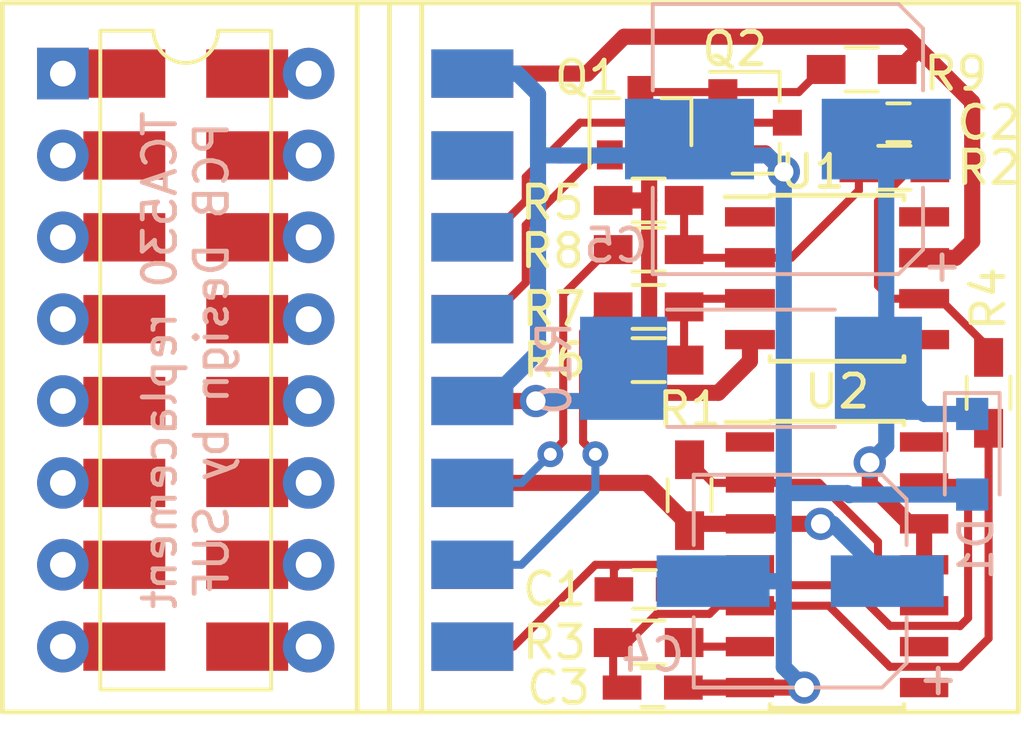
<source format=kicad_pcb>
(kicad_pcb (version 20171130) (host pcbnew "(5.0.0)")

  (general
    (thickness 1.6)
    (drawings 8)
    (tracks 192)
    (zones 0)
    (modules 23)
    (nets 48)
  )

  (page A4)
  (layers
    (0 F.Cu signal)
    (31 B.Cu signal)
    (32 B.Adhes user)
    (33 F.Adhes user)
    (34 B.Paste user)
    (35 F.Paste user)
    (36 B.SilkS user)
    (37 F.SilkS user)
    (38 B.Mask user)
    (39 F.Mask user)
    (40 Dwgs.User user)
    (41 Cmts.User user)
    (42 Eco1.User user)
    (43 Eco2.User user)
    (44 Edge.Cuts user)
    (45 Margin user)
    (46 B.CrtYd user)
    (47 F.CrtYd user)
    (48 B.Fab user hide)
    (49 F.Fab user hide)
  )

  (setup
    (last_trace_width 0.25)
    (user_trace_width 0.35)
    (user_trace_width 0.5)
    (trace_clearance 0.2)
    (zone_clearance 0.508)
    (zone_45_only no)
    (trace_min 0.2)
    (segment_width 0.15)
    (edge_width 0.15)
    (via_size 0.8)
    (via_drill 0.4)
    (via_min_size 0.4)
    (via_min_drill 0.3)
    (user_via 1 0.6)
    (user_via 1.2 0.8)
    (uvia_size 0.3)
    (uvia_drill 0.1)
    (uvias_allowed no)
    (uvia_min_size 0.2)
    (uvia_min_drill 0.1)
    (pcb_text_width 0.3)
    (pcb_text_size 1.5 1.5)
    (mod_edge_width 0.15)
    (mod_text_size 1 1)
    (mod_text_width 0.15)
    (pad_size 1.524 1.524)
    (pad_drill 0.762)
    (pad_to_mask_clearance 0.2)
    (aux_axis_origin 0 0)
    (visible_elements 7FFFFFFF)
    (pcbplotparams
      (layerselection 0x010fc_ffffffff)
      (usegerberextensions false)
      (usegerberattributes false)
      (usegerberadvancedattributes false)
      (creategerberjobfile false)
      (excludeedgelayer true)
      (linewidth 0.100000)
      (plotframeref false)
      (viasonmask false)
      (mode 1)
      (useauxorigin false)
      (hpglpennumber 1)
      (hpglpenspeed 20)
      (hpglpendiameter 15.000000)
      (psnegative false)
      (psa4output false)
      (plotreference true)
      (plotvalue true)
      (plotinvisibletext false)
      (padsonsilk false)
      (subtractmaskfromsilk false)
      (outputformat 1)
      (mirror false)
      (drillshape 1)
      (scaleselection 1)
      (outputdirectory ""))
  )

  (net 0 "")
  (net 1 "Net-(C1-Pad1)")
  (net 2 "Net-(C2-Pad1)")
  (net 3 "Net-(C2-Pad2)")
  (net 4 GND)
  (net 5 VCC)
  (net 6 "Net-(J1-Pad15)")
  (net 7 "Net-(J1-Pad7)")
  (net 8 "Net-(J1-Pad14)")
  (net 9 "Net-(J1-Pad13)")
  (net 10 "Net-(J1-Pad2)")
  (net 11 "Net-(J1-Pad9)")
  (net 12 +15V)
  (net 13 "Net-(Q1-Pad3)")
  (net 14 "Net-(R3-Pad2)")
  (net 15 "Net-(R6-Pad1)")
  (net 16 "Net-(U1-Pad8)")
  (net 17 "Net-(U1-Pad5)")
  (net 18 "Net-(U1-Pad1)")
  (net 19 "Net-(U2-Pad14)")
  (net 20 "Net-(U2-Pad9)")
  (net 21 "Net-(U2-Pad8)")
  (net 22 "Net-(U2-Pad1)")
  (net 23 "Net-(R1-Pad1)")
  (net 24 "Net-(J2-Pad16)")
  (net 25 "Net-(J2-Pad8)")
  (net 26 "Net-(J2-Pad15)")
  (net 27 "Net-(J2-Pad7)")
  (net 28 "Net-(J2-Pad14)")
  (net 29 "Net-(J2-Pad6)")
  (net 30 "Net-(J2-Pad13)")
  (net 31 "Net-(J2-Pad5)")
  (net 32 "Net-(J2-Pad12)")
  (net 33 "Net-(J2-Pad4)")
  (net 34 "Net-(J2-Pad11)")
  (net 35 "Net-(J2-Pad3)")
  (net 36 "Net-(J2-Pad10)")
  (net 37 "Net-(J2-Pad2)")
  (net 38 "Net-(J2-Pad9)")
  (net 39 "Net-(J2-Pad1)")
  (net 40 FB)
  (net 41 AFC)
  (net 42 Vo)
  (net 43 MUTE_OUT)
  (net 44 MUTE_CTRL)
  (net 45 AFC_IN+)
  (net 46 AFC_IN-)
  (net 47 "Net-(J1-Pad5)")

  (net_class Default "This is the default net class."
    (clearance 0.2)
    (trace_width 0.25)
    (via_dia 0.8)
    (via_drill 0.4)
    (uvia_dia 0.3)
    (uvia_drill 0.1)
    (add_net +15V)
    (add_net AFC)
    (add_net AFC_IN+)
    (add_net AFC_IN-)
    (add_net FB)
    (add_net GND)
    (add_net MUTE_CTRL)
    (add_net MUTE_OUT)
    (add_net "Net-(C1-Pad1)")
    (add_net "Net-(C2-Pad1)")
    (add_net "Net-(C2-Pad2)")
    (add_net "Net-(J1-Pad13)")
    (add_net "Net-(J1-Pad14)")
    (add_net "Net-(J1-Pad15)")
    (add_net "Net-(J1-Pad2)")
    (add_net "Net-(J1-Pad5)")
    (add_net "Net-(J1-Pad7)")
    (add_net "Net-(J1-Pad9)")
    (add_net "Net-(J2-Pad1)")
    (add_net "Net-(J2-Pad10)")
    (add_net "Net-(J2-Pad11)")
    (add_net "Net-(J2-Pad12)")
    (add_net "Net-(J2-Pad13)")
    (add_net "Net-(J2-Pad14)")
    (add_net "Net-(J2-Pad15)")
    (add_net "Net-(J2-Pad16)")
    (add_net "Net-(J2-Pad2)")
    (add_net "Net-(J2-Pad3)")
    (add_net "Net-(J2-Pad4)")
    (add_net "Net-(J2-Pad5)")
    (add_net "Net-(J2-Pad6)")
    (add_net "Net-(J2-Pad7)")
    (add_net "Net-(J2-Pad8)")
    (add_net "Net-(J2-Pad9)")
    (add_net "Net-(Q1-Pad3)")
    (add_net "Net-(R1-Pad1)")
    (add_net "Net-(R3-Pad2)")
    (add_net "Net-(R6-Pad1)")
    (add_net "Net-(U1-Pad1)")
    (add_net "Net-(U1-Pad5)")
    (add_net "Net-(U1-Pad8)")
    (add_net "Net-(U2-Pad1)")
    (add_net "Net-(U2-Pad14)")
    (add_net "Net-(U2-Pad8)")
    (add_net "Net-(U2-Pad9)")
    (add_net VCC)
    (add_net Vo)
  )

  (module Capacitors_SMD:C_0603_HandSoldering (layer F.Cu) (tedit 58AA848B) (tstamp 5C68E6A2)
    (at 33.909 52.197 180)
    (descr "Capacitor SMD 0603, hand soldering")
    (tags "capacitor 0603")
    (path /5C9424D4)
    (attr smd)
    (fp_text reference C1 (at 2.794 0 180) (layer F.SilkS)
      (effects (font (size 1 1) (thickness 0.15)))
    )
    (fp_text value 100pF (at 0 1.5 180) (layer F.Fab)
      (effects (font (size 1 1) (thickness 0.15)))
    )
    (fp_line (start 1.8 0.65) (end -1.8 0.65) (layer F.CrtYd) (width 0.05))
    (fp_line (start 1.8 0.65) (end 1.8 -0.65) (layer F.CrtYd) (width 0.05))
    (fp_line (start -1.8 -0.65) (end -1.8 0.65) (layer F.CrtYd) (width 0.05))
    (fp_line (start -1.8 -0.65) (end 1.8 -0.65) (layer F.CrtYd) (width 0.05))
    (fp_line (start 0.35 0.6) (end -0.35 0.6) (layer F.SilkS) (width 0.12))
    (fp_line (start -0.35 -0.6) (end 0.35 -0.6) (layer F.SilkS) (width 0.12))
    (fp_line (start -0.8 -0.4) (end 0.8 -0.4) (layer F.Fab) (width 0.1))
    (fp_line (start 0.8 -0.4) (end 0.8 0.4) (layer F.Fab) (width 0.1))
    (fp_line (start 0.8 0.4) (end -0.8 0.4) (layer F.Fab) (width 0.1))
    (fp_line (start -0.8 0.4) (end -0.8 -0.4) (layer F.Fab) (width 0.1))
    (fp_text user %R (at 0 -1.25 180) (layer F.Fab)
      (effects (font (size 1 1) (thickness 0.15)))
    )
    (pad 2 smd rect (at 0.95 0 180) (size 1.2 0.75) (layers F.Cu F.Paste F.Mask)
      (net 40 FB))
    (pad 1 smd rect (at -0.95 0 180) (size 1.2 0.75) (layers F.Cu F.Paste F.Mask)
      (net 1 "Net-(C1-Pad1)"))
    (model Capacitors_SMD.3dshapes/C_0603.wrl
      (at (xyz 0 0 0))
      (scale (xyz 1 1 1))
      (rotate (xyz 0 0 0))
    )
  )

  (module Capacitors_SMD:C_0603_HandSoldering (layer F.Cu) (tedit 58AA848B) (tstamp 5C68E6B3)
    (at 41.783 37.719 180)
    (descr "Capacitor SMD 0603, hand soldering")
    (tags "capacitor 0603")
    (path /5C942536)
    (attr smd)
    (fp_text reference C2 (at -2.794 0 180) (layer F.SilkS)
      (effects (font (size 1 1) (thickness 0.15)))
    )
    (fp_text value 1nF (at 0 1.5 180) (layer F.Fab)
      (effects (font (size 1 1) (thickness 0.15)))
    )
    (fp_text user %R (at 0 -1.25 180) (layer F.Fab)
      (effects (font (size 1 1) (thickness 0.15)))
    )
    (fp_line (start -0.8 0.4) (end -0.8 -0.4) (layer F.Fab) (width 0.1))
    (fp_line (start 0.8 0.4) (end -0.8 0.4) (layer F.Fab) (width 0.1))
    (fp_line (start 0.8 -0.4) (end 0.8 0.4) (layer F.Fab) (width 0.1))
    (fp_line (start -0.8 -0.4) (end 0.8 -0.4) (layer F.Fab) (width 0.1))
    (fp_line (start -0.35 -0.6) (end 0.35 -0.6) (layer F.SilkS) (width 0.12))
    (fp_line (start 0.35 0.6) (end -0.35 0.6) (layer F.SilkS) (width 0.12))
    (fp_line (start -1.8 -0.65) (end 1.8 -0.65) (layer F.CrtYd) (width 0.05))
    (fp_line (start -1.8 -0.65) (end -1.8 0.65) (layer F.CrtYd) (width 0.05))
    (fp_line (start 1.8 0.65) (end 1.8 -0.65) (layer F.CrtYd) (width 0.05))
    (fp_line (start 1.8 0.65) (end -1.8 0.65) (layer F.CrtYd) (width 0.05))
    (pad 1 smd rect (at -0.95 0 180) (size 1.2 0.75) (layers F.Cu F.Paste F.Mask)
      (net 2 "Net-(C2-Pad1)"))
    (pad 2 smd rect (at 0.95 0 180) (size 1.2 0.75) (layers F.Cu F.Paste F.Mask)
      (net 3 "Net-(C2-Pad2)"))
    (model Capacitors_SMD.3dshapes/C_0603.wrl
      (at (xyz 0 0 0))
      (scale (xyz 1 1 1))
      (rotate (xyz 0 0 0))
    )
  )

  (module Capacitors_SMD:C_0603_HandSoldering (layer F.Cu) (tedit 58AA848B) (tstamp 5C68E6C4)
    (at 34.163 55.245)
    (descr "Capacitor SMD 0603, hand soldering")
    (tags "capacitor 0603")
    (path /5C942006)
    (attr smd)
    (fp_text reference C3 (at -2.921 0) (layer F.SilkS)
      (effects (font (size 1 1) (thickness 0.15)))
    )
    (fp_text value 10uF/16V (at 0 1.5) (layer F.Fab)
      (effects (font (size 1 1) (thickness 0.15)))
    )
    (fp_line (start 1.8 0.65) (end -1.8 0.65) (layer F.CrtYd) (width 0.05))
    (fp_line (start 1.8 0.65) (end 1.8 -0.65) (layer F.CrtYd) (width 0.05))
    (fp_line (start -1.8 -0.65) (end -1.8 0.65) (layer F.CrtYd) (width 0.05))
    (fp_line (start -1.8 -0.65) (end 1.8 -0.65) (layer F.CrtYd) (width 0.05))
    (fp_line (start 0.35 0.6) (end -0.35 0.6) (layer F.SilkS) (width 0.12))
    (fp_line (start -0.35 -0.6) (end 0.35 -0.6) (layer F.SilkS) (width 0.12))
    (fp_line (start -0.8 -0.4) (end 0.8 -0.4) (layer F.Fab) (width 0.1))
    (fp_line (start 0.8 -0.4) (end 0.8 0.4) (layer F.Fab) (width 0.1))
    (fp_line (start 0.8 0.4) (end -0.8 0.4) (layer F.Fab) (width 0.1))
    (fp_line (start -0.8 0.4) (end -0.8 -0.4) (layer F.Fab) (width 0.1))
    (fp_text user %R (at 0 -1.25) (layer F.Fab)
      (effects (font (size 1 1) (thickness 0.15)))
    )
    (pad 2 smd rect (at 0.95 0) (size 1.2 0.75) (layers F.Cu F.Paste F.Mask)
      (net 4 GND))
    (pad 1 smd rect (at -0.95 0) (size 1.2 0.75) (layers F.Cu F.Paste F.Mask)
      (net 41 AFC))
    (model Capacitors_SMD.3dshapes/C_0603.wrl
      (at (xyz 0 0 0))
      (scale (xyz 1 1 1))
      (rotate (xyz 0 0 0))
    )
  )

  (module Capacitors_SMD:CP_Elec_6.3x5.3 (layer B.Cu) (tedit 58AA8B2D) (tstamp 5C68E6E0)
    (at 38.735 51.943 180)
    (descr "SMT capacitor, aluminium electrolytic, 6.3x5.3")
    (path /5C9420D0)
    (attr smd)
    (fp_text reference C4 (at 4.572 -2.286 180) (layer B.SilkS)
      (effects (font (size 1 1) (thickness 0.15)) (justify mirror))
    )
    (fp_text value 10uF/50V (at 0 4.56 180) (layer B.Fab)
      (effects (font (size 1 1) (thickness 0.15)) (justify mirror))
    )
    (fp_line (start 4.7 -3.4) (end -4.7 -3.4) (layer B.CrtYd) (width 0.05))
    (fp_line (start 4.7 -3.4) (end 4.7 3.4) (layer B.CrtYd) (width 0.05))
    (fp_line (start -4.7 3.4) (end -4.7 -3.4) (layer B.CrtYd) (width 0.05))
    (fp_line (start -4.7 3.4) (end 4.7 3.4) (layer B.CrtYd) (width 0.05))
    (fp_line (start -2.54 3.3) (end 3.3 3.3) (layer B.SilkS) (width 0.12))
    (fp_line (start -3.3 2.54) (end -2.54 3.3) (layer B.SilkS) (width 0.12))
    (fp_line (start -2.54 -3.3) (end -3.3 -2.54) (layer B.SilkS) (width 0.12))
    (fp_line (start 3.3 -3.3) (end -2.54 -3.3) (layer B.SilkS) (width 0.12))
    (fp_line (start -3.3 2.54) (end -3.3 1.12) (layer B.SilkS) (width 0.12))
    (fp_line (start -3.3 -2.54) (end -3.3 -1.12) (layer B.SilkS) (width 0.12))
    (fp_line (start 3.3 3.3) (end 3.3 1.12) (layer B.SilkS) (width 0.12))
    (fp_line (start 3.3 -3.3) (end 3.3 -1.12) (layer B.SilkS) (width 0.12))
    (fp_line (start 3.15 3.15) (end -2.48 3.15) (layer B.Fab) (width 0.1))
    (fp_line (start -2.48 3.15) (end -3.15 2.48) (layer B.Fab) (width 0.1))
    (fp_line (start -3.15 2.48) (end -3.15 -2.48) (layer B.Fab) (width 0.1))
    (fp_line (start -3.15 -2.48) (end -2.48 -3.15) (layer B.Fab) (width 0.1))
    (fp_line (start -2.48 -3.15) (end 3.15 -3.15) (layer B.Fab) (width 0.1))
    (fp_line (start 3.15 -3.15) (end 3.15 3.15) (layer B.Fab) (width 0.1))
    (fp_text user %R (at 0 -4.56 180) (layer B.Fab)
      (effects (font (size 1 1) (thickness 0.15)) (justify mirror))
    )
    (fp_text user + (at -4.28 -3.01 180) (layer B.SilkS)
      (effects (font (size 1 1) (thickness 0.15)) (justify mirror))
    )
    (fp_text user + (at -1.75 0.08 180) (layer B.Fab)
      (effects (font (size 1 1) (thickness 0.15)) (justify mirror))
    )
    (fp_circle (center 0 0) (end 0.6 -3) (layer B.Fab) (width 0.1))
    (pad 2 smd rect (at 2.7 0) (size 3.5 1.6) (layers B.Cu B.Paste B.Mask)
      (net 4 GND))
    (pad 1 smd rect (at -2.7 0) (size 3.5 1.6) (layers B.Cu B.Paste B.Mask)
      (net 42 Vo))
    (model Capacitors_SMD.3dshapes/CP_Elec_6.3x5.3.wrl
      (at (xyz 0 0 0))
      (scale (xyz 1 1 1))
      (rotate (xyz 0 0 180))
    )
  )

  (module Capacitors_SMD:CP_Elec_8x10 (layer B.Cu) (tedit 58AA9153) (tstamp 5C68E6FC)
    (at 38.354 38.227 180)
    (descr "SMT capacitor, aluminium electrolytic, 8x10")
    (path /5C942219)
    (attr smd)
    (fp_text reference C5 (at 5.334 -3.302) (layer B.SilkS)
      (effects (font (size 1 1) (thickness 0.15)) (justify mirror))
    )
    (fp_text value 47uF/50V (at 0 5.45 180) (layer B.Fab)
      (effects (font (size 1 1) (thickness 0.15)) (justify mirror))
    )
    (fp_line (start 5.3 -4.29) (end -5.3 -4.29) (layer B.CrtYd) (width 0.05))
    (fp_line (start 5.3 -4.29) (end 5.3 4.29) (layer B.CrtYd) (width 0.05))
    (fp_line (start -5.3 4.29) (end -5.3 -4.29) (layer B.CrtYd) (width 0.05))
    (fp_line (start -5.3 4.29) (end 5.3 4.29) (layer B.CrtYd) (width 0.05))
    (fp_line (start -3.43 4.19) (end 4.19 4.19) (layer B.SilkS) (width 0.12))
    (fp_line (start -4.19 3.43) (end -3.43 4.19) (layer B.SilkS) (width 0.12))
    (fp_line (start -3.43 -4.19) (end -4.19 -3.43) (layer B.SilkS) (width 0.12))
    (fp_line (start 4.19 -4.19) (end -3.43 -4.19) (layer B.SilkS) (width 0.12))
    (fp_line (start -4.19 -3.43) (end -4.19 -1.51) (layer B.SilkS) (width 0.12))
    (fp_line (start -4.19 3.43) (end -4.19 1.51) (layer B.SilkS) (width 0.12))
    (fp_line (start 4.19 4.19) (end 4.19 1.51) (layer B.SilkS) (width 0.12))
    (fp_line (start 4.19 -4.19) (end 4.19 -1.51) (layer B.SilkS) (width 0.12))
    (fp_line (start 4.04 4.04) (end -3.37 4.04) (layer B.Fab) (width 0.1))
    (fp_line (start -3.37 4.04) (end -4.04 3.37) (layer B.Fab) (width 0.1))
    (fp_line (start -4.04 3.37) (end -4.04 -3.37) (layer B.Fab) (width 0.1))
    (fp_line (start -4.04 -3.37) (end -3.37 -4.04) (layer B.Fab) (width 0.1))
    (fp_line (start -3.37 -4.04) (end 4.04 -4.04) (layer B.Fab) (width 0.1))
    (fp_line (start 4.04 -4.04) (end 4.04 4.04) (layer B.Fab) (width 0.1))
    (fp_text user %R (at 0 -5.45 180) (layer B.Fab)
      (effects (font (size 1 1) (thickness 0.15)) (justify mirror))
    )
    (fp_text user + (at -4.78 -3.9 180) (layer B.SilkS)
      (effects (font (size 1 1) (thickness 0.15)) (justify mirror))
    )
    (fp_text user + (at -2.31 0.08 180) (layer B.Fab)
      (effects (font (size 1 1) (thickness 0.15)) (justify mirror))
    )
    (fp_circle (center 0 0) (end -0.6 -3.9) (layer B.Fab) (width 0.1))
    (pad 2 smd rect (at 3.05 0) (size 4 2.5) (layers B.Cu B.Paste B.Mask)
      (net 4 GND))
    (pad 1 smd rect (at -3.05 0) (size 4 2.5) (layers B.Cu B.Paste B.Mask)
      (net 5 VCC))
    (model Capacitors_SMD.3dshapes/CP_Elec_8x10.wrl
      (at (xyz 0 0 0))
      (scale (xyz 1 1 1))
      (rotate (xyz 0 0 180))
    )
  )

  (module Diodes_SMD:D_SOD-323_HandSoldering (layer B.Cu) (tedit 58641869) (tstamp 5C84C475)
    (at 44.069 48.006 270)
    (descr SOD-323)
    (tags SOD-323)
    (path /5C9422A2)
    (attr smd)
    (fp_text reference D1 (at 2.921 -0.127 270) (layer B.SilkS)
      (effects (font (size 1 1) (thickness 0.15)) (justify mirror))
    )
    (fp_text value PZU33V (at 0.1 -1.9 270) (layer B.Fab)
      (effects (font (size 1 1) (thickness 0.15)) (justify mirror))
    )
    (fp_line (start -1.9 0.85) (end 1.25 0.85) (layer B.SilkS) (width 0.12))
    (fp_line (start -1.9 -0.85) (end 1.25 -0.85) (layer B.SilkS) (width 0.12))
    (fp_line (start -2 0.95) (end -2 -0.95) (layer B.CrtYd) (width 0.05))
    (fp_line (start -2 -0.95) (end 2 -0.95) (layer B.CrtYd) (width 0.05))
    (fp_line (start 2 0.95) (end 2 -0.95) (layer B.CrtYd) (width 0.05))
    (fp_line (start -2 0.95) (end 2 0.95) (layer B.CrtYd) (width 0.05))
    (fp_line (start -0.9 0.7) (end 0.9 0.7) (layer B.Fab) (width 0.1))
    (fp_line (start 0.9 0.7) (end 0.9 -0.7) (layer B.Fab) (width 0.1))
    (fp_line (start 0.9 -0.7) (end -0.9 -0.7) (layer B.Fab) (width 0.1))
    (fp_line (start -0.9 -0.7) (end -0.9 0.7) (layer B.Fab) (width 0.1))
    (fp_line (start -0.3 0.35) (end -0.3 -0.35) (layer B.Fab) (width 0.1))
    (fp_line (start -0.3 0) (end -0.5 0) (layer B.Fab) (width 0.1))
    (fp_line (start -0.3 0) (end 0.2 0.35) (layer B.Fab) (width 0.1))
    (fp_line (start 0.2 0.35) (end 0.2 -0.35) (layer B.Fab) (width 0.1))
    (fp_line (start 0.2 -0.35) (end -0.3 0) (layer B.Fab) (width 0.1))
    (fp_line (start 0.2 0) (end 0.45 0) (layer B.Fab) (width 0.1))
    (fp_line (start -1.9 0.85) (end -1.9 -0.85) (layer B.SilkS) (width 0.12))
    (fp_text user %R (at 0 1.85 270) (layer B.Fab)
      (effects (font (size 1 1) (thickness 0.15)) (justify mirror))
    )
    (pad 2 smd rect (at 1.25 0 270) (size 1 1) (layers B.Cu B.Paste B.Mask)
      (net 4 GND))
    (pad 1 smd rect (at -1.25 0 270) (size 1 1) (layers B.Cu B.Paste B.Mask)
      (net 5 VCC))
    (model ${KISYS3DMOD}/Diodes_SMD.3dshapes/D_SOD-323.wrl
      (at (xyz 0 0 0))
      (scale (xyz 1 1 1))
      (rotate (xyz 0 0 0))
    )
  )

  (module TO_SOT_Packages_SMD:SOT-23 (layer F.Cu) (tedit 58CE4E7E) (tstamp 5C68E74D)
    (at 33.782 37.719 90)
    (descr "SOT-23, Standard")
    (tags SOT-23)
    (path /5C9418B0)
    (attr smd)
    (fp_text reference Q1 (at 1.397 -1.651 180) (layer F.SilkS)
      (effects (font (size 1 1) (thickness 0.15)))
    )
    (fp_text value BC846B (at 0 2.5 90) (layer F.Fab)
      (effects (font (size 1 1) (thickness 0.15)))
    )
    (fp_line (start 0.76 1.58) (end -0.7 1.58) (layer F.SilkS) (width 0.12))
    (fp_line (start 0.76 -1.58) (end -1.4 -1.58) (layer F.SilkS) (width 0.12))
    (fp_line (start -1.7 1.75) (end -1.7 -1.75) (layer F.CrtYd) (width 0.05))
    (fp_line (start 1.7 1.75) (end -1.7 1.75) (layer F.CrtYd) (width 0.05))
    (fp_line (start 1.7 -1.75) (end 1.7 1.75) (layer F.CrtYd) (width 0.05))
    (fp_line (start -1.7 -1.75) (end 1.7 -1.75) (layer F.CrtYd) (width 0.05))
    (fp_line (start 0.76 -1.58) (end 0.76 -0.65) (layer F.SilkS) (width 0.12))
    (fp_line (start 0.76 1.58) (end 0.76 0.65) (layer F.SilkS) (width 0.12))
    (fp_line (start -0.7 1.52) (end 0.7 1.52) (layer F.Fab) (width 0.1))
    (fp_line (start 0.7 -1.52) (end 0.7 1.52) (layer F.Fab) (width 0.1))
    (fp_line (start -0.7 -0.95) (end -0.15 -1.52) (layer F.Fab) (width 0.1))
    (fp_line (start -0.15 -1.52) (end 0.7 -1.52) (layer F.Fab) (width 0.1))
    (fp_line (start -0.7 -0.95) (end -0.7 1.5) (layer F.Fab) (width 0.1))
    (fp_text user %R (at 0 0 180) (layer F.Fab)
      (effects (font (size 0.5 0.5) (thickness 0.075)))
    )
    (pad 3 smd rect (at 1 0 90) (size 0.9 0.8) (layers F.Cu F.Paste F.Mask)
      (net 13 "Net-(Q1-Pad3)"))
    (pad 2 smd rect (at -1 0.95 90) (size 0.9 0.8) (layers F.Cu F.Paste F.Mask)
      (net 4 GND))
    (pad 1 smd rect (at -1 -0.95 90) (size 0.9 0.8) (layers F.Cu F.Paste F.Mask)
      (net 44 MUTE_CTRL))
    (model ${KISYS3DMOD}/TO_SOT_Packages_SMD.3dshapes/SOT-23.wrl
      (at (xyz 0 0 0))
      (scale (xyz 1 1 1))
      (rotate (xyz 0 0 90))
    )
  )

  (module TO_SOT_Packages_SMD:SOT-23 (layer F.Cu) (tedit 58CE4E7E) (tstamp 5C68E762)
    (at 37.338 37.719)
    (descr "SOT-23, Standard")
    (tags SOT-23)
    (path /5C942761)
    (attr smd)
    (fp_text reference Q2 (at -0.635 -2.286 180) (layer F.SilkS)
      (effects (font (size 1 1) (thickness 0.15)))
    )
    (fp_text value BC846B (at 0 2.5) (layer F.Fab)
      (effects (font (size 1 1) (thickness 0.15)))
    )
    (fp_text user %R (at 0 0 90) (layer F.Fab)
      (effects (font (size 0.5 0.5) (thickness 0.075)))
    )
    (fp_line (start -0.7 -0.95) (end -0.7 1.5) (layer F.Fab) (width 0.1))
    (fp_line (start -0.15 -1.52) (end 0.7 -1.52) (layer F.Fab) (width 0.1))
    (fp_line (start -0.7 -0.95) (end -0.15 -1.52) (layer F.Fab) (width 0.1))
    (fp_line (start 0.7 -1.52) (end 0.7 1.52) (layer F.Fab) (width 0.1))
    (fp_line (start -0.7 1.52) (end 0.7 1.52) (layer F.Fab) (width 0.1))
    (fp_line (start 0.76 1.58) (end 0.76 0.65) (layer F.SilkS) (width 0.12))
    (fp_line (start 0.76 -1.58) (end 0.76 -0.65) (layer F.SilkS) (width 0.12))
    (fp_line (start -1.7 -1.75) (end 1.7 -1.75) (layer F.CrtYd) (width 0.05))
    (fp_line (start 1.7 -1.75) (end 1.7 1.75) (layer F.CrtYd) (width 0.05))
    (fp_line (start 1.7 1.75) (end -1.7 1.75) (layer F.CrtYd) (width 0.05))
    (fp_line (start -1.7 1.75) (end -1.7 -1.75) (layer F.CrtYd) (width 0.05))
    (fp_line (start 0.76 -1.58) (end -1.4 -1.58) (layer F.SilkS) (width 0.12))
    (fp_line (start 0.76 1.58) (end -0.7 1.58) (layer F.SilkS) (width 0.12))
    (pad 1 smd rect (at -1 -0.95) (size 0.9 0.8) (layers F.Cu F.Paste F.Mask)
      (net 13 "Net-(Q1-Pad3)"))
    (pad 2 smd rect (at -1 0.95) (size 0.9 0.8) (layers F.Cu F.Paste F.Mask)
      (net 4 GND))
    (pad 3 smd rect (at 1 0) (size 0.9 0.8) (layers F.Cu F.Paste F.Mask)
      (net 43 MUTE_OUT))
    (model ${KISYS3DMOD}/TO_SOT_Packages_SMD.3dshapes/SOT-23.wrl
      (at (xyz 0 0 0))
      (scale (xyz 1 1 1))
      (rotate (xyz 0 0 90))
    )
  )

  (module Resistors_SMD:R_0603_HandSoldering (layer F.Cu) (tedit 58E0A804) (tstamp 5C68F0B8)
    (at 35.306 49.276 270)
    (descr "Resistor SMD 0603, hand soldering")
    (tags "resistor 0603")
    (path /5C94234D)
    (attr smd)
    (fp_text reference R1 (at -2.667 0) (layer F.SilkS)
      (effects (font (size 1 1) (thickness 0.15)))
    )
    (fp_text value 6R8 (at 0 1.55 270) (layer F.Fab)
      (effects (font (size 1 1) (thickness 0.15)))
    )
    (fp_line (start 1.95 0.7) (end -1.96 0.7) (layer F.CrtYd) (width 0.05))
    (fp_line (start 1.95 0.7) (end 1.95 -0.7) (layer F.CrtYd) (width 0.05))
    (fp_line (start -1.96 -0.7) (end -1.96 0.7) (layer F.CrtYd) (width 0.05))
    (fp_line (start -1.96 -0.7) (end 1.95 -0.7) (layer F.CrtYd) (width 0.05))
    (fp_line (start -0.5 -0.68) (end 0.5 -0.68) (layer F.SilkS) (width 0.12))
    (fp_line (start 0.5 0.68) (end -0.5 0.68) (layer F.SilkS) (width 0.12))
    (fp_line (start -0.8 -0.4) (end 0.8 -0.4) (layer F.Fab) (width 0.1))
    (fp_line (start 0.8 -0.4) (end 0.8 0.4) (layer F.Fab) (width 0.1))
    (fp_line (start 0.8 0.4) (end -0.8 0.4) (layer F.Fab) (width 0.1))
    (fp_line (start -0.8 0.4) (end -0.8 -0.4) (layer F.Fab) (width 0.1))
    (fp_text user %R (at 0 0 270) (layer F.Fab)
      (effects (font (size 0.4 0.4) (thickness 0.075)))
    )
    (pad 2 smd rect (at 1.1 0 270) (size 1.2 0.9) (layers F.Cu F.Paste F.Mask)
      (net 42 Vo))
    (pad 1 smd rect (at -1.1 0 270) (size 1.2 0.9) (layers F.Cu F.Paste F.Mask)
      (net 23 "Net-(R1-Pad1)"))
    (model ${KISYS3DMOD}/Resistors_SMD.3dshapes/R_0603.wrl
      (at (xyz 0 0 0))
      (scale (xyz 1 1 1))
      (rotate (xyz 0 0 0))
    )
  )

  (module Resistors_SMD:R_0603_HandSoldering (layer F.Cu) (tedit 58E0A804) (tstamp 5C68E784)
    (at 41.656 39.116 180)
    (descr "Resistor SMD 0603, hand soldering")
    (tags "resistor 0603")
    (path /5C941C3D)
    (attr smd)
    (fp_text reference R2 (at -2.921 0 180) (layer F.SilkS)
      (effects (font (size 1 1) (thickness 0.15)))
    )
    (fp_text value 100K (at 0 1.55 180) (layer F.Fab)
      (effects (font (size 1 1) (thickness 0.15)))
    )
    (fp_line (start 1.95 0.7) (end -1.96 0.7) (layer F.CrtYd) (width 0.05))
    (fp_line (start 1.95 0.7) (end 1.95 -0.7) (layer F.CrtYd) (width 0.05))
    (fp_line (start -1.96 -0.7) (end -1.96 0.7) (layer F.CrtYd) (width 0.05))
    (fp_line (start -1.96 -0.7) (end 1.95 -0.7) (layer F.CrtYd) (width 0.05))
    (fp_line (start -0.5 -0.68) (end 0.5 -0.68) (layer F.SilkS) (width 0.12))
    (fp_line (start 0.5 0.68) (end -0.5 0.68) (layer F.SilkS) (width 0.12))
    (fp_line (start -0.8 -0.4) (end 0.8 -0.4) (layer F.Fab) (width 0.1))
    (fp_line (start 0.8 -0.4) (end 0.8 0.4) (layer F.Fab) (width 0.1))
    (fp_line (start 0.8 0.4) (end -0.8 0.4) (layer F.Fab) (width 0.1))
    (fp_line (start -0.8 0.4) (end -0.8 -0.4) (layer F.Fab) (width 0.1))
    (fp_text user %R (at 0 0 180) (layer F.Fab)
      (effects (font (size 0.4 0.4) (thickness 0.075)))
    )
    (pad 2 smd rect (at 1.1 0 180) (size 1.2 0.9) (layers F.Cu F.Paste F.Mask)
      (net 3 "Net-(C2-Pad2)"))
    (pad 1 smd rect (at -1.1 0 180) (size 1.2 0.9) (layers F.Cu F.Paste F.Mask)
      (net 2 "Net-(C2-Pad1)"))
    (model ${KISYS3DMOD}/Resistors_SMD.3dshapes/R_0603.wrl
      (at (xyz 0 0 0))
      (scale (xyz 1 1 1))
      (rotate (xyz 0 0 0))
    )
  )

  (module Resistors_SMD:R_0603_HandSoldering (layer F.Cu) (tedit 58E0A804) (tstamp 5C68E795)
    (at 34.036 53.848)
    (descr "Resistor SMD 0603, hand soldering")
    (tags "resistor 0603")
    (path /5C941F61)
    (attr smd)
    (fp_text reference R3 (at -2.921 0) (layer F.SilkS)
      (effects (font (size 1 1) (thickness 0.15)))
    )
    (fp_text value 1K (at 0 1.55) (layer F.Fab)
      (effects (font (size 1 1) (thickness 0.15)))
    )
    (fp_line (start 1.95 0.7) (end -1.96 0.7) (layer F.CrtYd) (width 0.05))
    (fp_line (start 1.95 0.7) (end 1.95 -0.7) (layer F.CrtYd) (width 0.05))
    (fp_line (start -1.96 -0.7) (end -1.96 0.7) (layer F.CrtYd) (width 0.05))
    (fp_line (start -1.96 -0.7) (end 1.95 -0.7) (layer F.CrtYd) (width 0.05))
    (fp_line (start -0.5 -0.68) (end 0.5 -0.68) (layer F.SilkS) (width 0.12))
    (fp_line (start 0.5 0.68) (end -0.5 0.68) (layer F.SilkS) (width 0.12))
    (fp_line (start -0.8 -0.4) (end 0.8 -0.4) (layer F.Fab) (width 0.1))
    (fp_line (start 0.8 -0.4) (end 0.8 0.4) (layer F.Fab) (width 0.1))
    (fp_line (start 0.8 0.4) (end -0.8 0.4) (layer F.Fab) (width 0.1))
    (fp_line (start -0.8 0.4) (end -0.8 -0.4) (layer F.Fab) (width 0.1))
    (fp_text user %R (at 0 0) (layer F.Fab)
      (effects (font (size 0.4 0.4) (thickness 0.075)))
    )
    (pad 2 smd rect (at 1.1 0) (size 1.2 0.9) (layers F.Cu F.Paste F.Mask)
      (net 14 "Net-(R3-Pad2)"))
    (pad 1 smd rect (at -1.1 0) (size 1.2 0.9) (layers F.Cu F.Paste F.Mask)
      (net 41 AFC))
    (model ${KISYS3DMOD}/Resistors_SMD.3dshapes/R_0603.wrl
      (at (xyz 0 0 0))
      (scale (xyz 1 1 1))
      (rotate (xyz 0 0 0))
    )
  )

  (module Resistors_SMD:R_0603_HandSoldering (layer F.Cu) (tedit 58E0A804) (tstamp 5C68E7A6)
    (at 44.577 46.101 90)
    (descr "Resistor SMD 0603, hand soldering")
    (tags "resistor 0603")
    (path /5C941EBB)
    (attr smd)
    (fp_text reference R4 (at 2.921 0 90) (layer F.SilkS)
      (effects (font (size 1 1) (thickness 0.15)))
    )
    (fp_text value 10K (at 0 1.55 90) (layer F.Fab)
      (effects (font (size 1 1) (thickness 0.15)))
    )
    (fp_text user %R (at 0 0 90) (layer F.Fab)
      (effects (font (size 0.4 0.4) (thickness 0.075)))
    )
    (fp_line (start -0.8 0.4) (end -0.8 -0.4) (layer F.Fab) (width 0.1))
    (fp_line (start 0.8 0.4) (end -0.8 0.4) (layer F.Fab) (width 0.1))
    (fp_line (start 0.8 -0.4) (end 0.8 0.4) (layer F.Fab) (width 0.1))
    (fp_line (start -0.8 -0.4) (end 0.8 -0.4) (layer F.Fab) (width 0.1))
    (fp_line (start 0.5 0.68) (end -0.5 0.68) (layer F.SilkS) (width 0.12))
    (fp_line (start -0.5 -0.68) (end 0.5 -0.68) (layer F.SilkS) (width 0.12))
    (fp_line (start -1.96 -0.7) (end 1.95 -0.7) (layer F.CrtYd) (width 0.05))
    (fp_line (start -1.96 -0.7) (end -1.96 0.7) (layer F.CrtYd) (width 0.05))
    (fp_line (start 1.95 0.7) (end 1.95 -0.7) (layer F.CrtYd) (width 0.05))
    (fp_line (start 1.95 0.7) (end -1.96 0.7) (layer F.CrtYd) (width 0.05))
    (pad 1 smd rect (at -1.1 0 90) (size 1.2 0.9) (layers F.Cu F.Paste F.Mask)
      (net 41 AFC))
    (pad 2 smd rect (at 1.1 0 90) (size 1.2 0.9) (layers F.Cu F.Paste F.Mask)
      (net 2 "Net-(C2-Pad1)"))
    (model ${KISYS3DMOD}/Resistors_SMD.3dshapes/R_0603.wrl
      (at (xyz 0 0 0))
      (scale (xyz 1 1 1))
      (rotate (xyz 0 0 0))
    )
  )

  (module Resistors_SMD:R_0603_HandSoldering (layer F.Cu) (tedit 58E0A804) (tstamp 5C68E7B7)
    (at 34.036 40.132 180)
    (descr "Resistor SMD 0603, hand soldering")
    (tags "resistor 0603")
    (path /5C941B29)
    (attr smd)
    (fp_text reference R5 (at 2.986 -0.068 180) (layer F.SilkS)
      (effects (font (size 1 1) (thickness 0.15)))
    )
    (fp_text value 1M (at 0 1.55 180) (layer F.Fab)
      (effects (font (size 1 1) (thickness 0.15)))
    )
    (fp_text user %R (at 0 0 180) (layer F.Fab)
      (effects (font (size 0.4 0.4) (thickness 0.075)))
    )
    (fp_line (start -0.8 0.4) (end -0.8 -0.4) (layer F.Fab) (width 0.1))
    (fp_line (start 0.8 0.4) (end -0.8 0.4) (layer F.Fab) (width 0.1))
    (fp_line (start 0.8 -0.4) (end 0.8 0.4) (layer F.Fab) (width 0.1))
    (fp_line (start -0.8 -0.4) (end 0.8 -0.4) (layer F.Fab) (width 0.1))
    (fp_line (start 0.5 0.68) (end -0.5 0.68) (layer F.SilkS) (width 0.12))
    (fp_line (start -0.5 -0.68) (end 0.5 -0.68) (layer F.SilkS) (width 0.12))
    (fp_line (start -1.96 -0.7) (end 1.95 -0.7) (layer F.CrtYd) (width 0.05))
    (fp_line (start -1.96 -0.7) (end -1.96 0.7) (layer F.CrtYd) (width 0.05))
    (fp_line (start 1.95 0.7) (end 1.95 -0.7) (layer F.CrtYd) (width 0.05))
    (fp_line (start 1.95 0.7) (end -1.96 0.7) (layer F.CrtYd) (width 0.05))
    (pad 1 smd rect (at -1.1 0 180) (size 1.2 0.9) (layers F.Cu F.Paste F.Mask)
      (net 3 "Net-(C2-Pad2)"))
    (pad 2 smd rect (at 1.1 0 180) (size 1.2 0.9) (layers F.Cu F.Paste F.Mask)
      (net 4 GND))
    (model ${KISYS3DMOD}/Resistors_SMD.3dshapes/R_0603.wrl
      (at (xyz 0 0 0))
      (scale (xyz 1 1 1))
      (rotate (xyz 0 0 0))
    )
  )

  (module Resistors_SMD:R_0603_HandSoldering (layer F.Cu) (tedit 58E0A804) (tstamp 5C68E7C8)
    (at 34.036 45.085 180)
    (descr "Resistor SMD 0603, hand soldering")
    (tags "resistor 0603")
    (path /5C941A63)
    (attr smd)
    (fp_text reference R6 (at 2.921 0 180) (layer F.SilkS)
      (effects (font (size 1 1) (thickness 0.15)))
    )
    (fp_text value 1M (at 0 1.55 180) (layer F.Fab)
      (effects (font (size 1 1) (thickness 0.15)))
    )
    (fp_line (start 1.95 0.7) (end -1.96 0.7) (layer F.CrtYd) (width 0.05))
    (fp_line (start 1.95 0.7) (end 1.95 -0.7) (layer F.CrtYd) (width 0.05))
    (fp_line (start -1.96 -0.7) (end -1.96 0.7) (layer F.CrtYd) (width 0.05))
    (fp_line (start -1.96 -0.7) (end 1.95 -0.7) (layer F.CrtYd) (width 0.05))
    (fp_line (start -0.5 -0.68) (end 0.5 -0.68) (layer F.SilkS) (width 0.12))
    (fp_line (start 0.5 0.68) (end -0.5 0.68) (layer F.SilkS) (width 0.12))
    (fp_line (start -0.8 -0.4) (end 0.8 -0.4) (layer F.Fab) (width 0.1))
    (fp_line (start 0.8 -0.4) (end 0.8 0.4) (layer F.Fab) (width 0.1))
    (fp_line (start 0.8 0.4) (end -0.8 0.4) (layer F.Fab) (width 0.1))
    (fp_line (start -0.8 0.4) (end -0.8 -0.4) (layer F.Fab) (width 0.1))
    (fp_text user %R (at 0 0 180) (layer F.Fab)
      (effects (font (size 0.4 0.4) (thickness 0.075)))
    )
    (pad 2 smd rect (at 1.1 0 180) (size 1.2 0.9) (layers F.Cu F.Paste F.Mask)
      (net 4 GND))
    (pad 1 smd rect (at -1.1 0 180) (size 1.2 0.9) (layers F.Cu F.Paste F.Mask)
      (net 15 "Net-(R6-Pad1)"))
    (model ${KISYS3DMOD}/Resistors_SMD.3dshapes/R_0603.wrl
      (at (xyz 0 0 0))
      (scale (xyz 1 1 1))
      (rotate (xyz 0 0 0))
    )
  )

  (module Resistors_SMD:R_0603_HandSoldering (layer F.Cu) (tedit 58E0A804) (tstamp 5C68E7D9)
    (at 34.036 43.434 180)
    (descr "Resistor SMD 0603, hand soldering")
    (tags "resistor 0603")
    (path /5C941D4C)
    (attr smd)
    (fp_text reference R7 (at 2.936 -0.066 180) (layer F.SilkS)
      (effects (font (size 1 1) (thickness 0.15)))
    )
    (fp_text value 47K (at 0 1.55 180) (layer F.Fab)
      (effects (font (size 1 1) (thickness 0.15)))
    )
    (fp_text user %R (at 0 0 180) (layer F.Fab)
      (effects (font (size 0.4 0.4) (thickness 0.075)))
    )
    (fp_line (start -0.8 0.4) (end -0.8 -0.4) (layer F.Fab) (width 0.1))
    (fp_line (start 0.8 0.4) (end -0.8 0.4) (layer F.Fab) (width 0.1))
    (fp_line (start 0.8 -0.4) (end 0.8 0.4) (layer F.Fab) (width 0.1))
    (fp_line (start -0.8 -0.4) (end 0.8 -0.4) (layer F.Fab) (width 0.1))
    (fp_line (start 0.5 0.68) (end -0.5 0.68) (layer F.SilkS) (width 0.12))
    (fp_line (start -0.5 -0.68) (end 0.5 -0.68) (layer F.SilkS) (width 0.12))
    (fp_line (start -1.96 -0.7) (end 1.95 -0.7) (layer F.CrtYd) (width 0.05))
    (fp_line (start -1.96 -0.7) (end -1.96 0.7) (layer F.CrtYd) (width 0.05))
    (fp_line (start 1.95 0.7) (end 1.95 -0.7) (layer F.CrtYd) (width 0.05))
    (fp_line (start 1.95 0.7) (end -1.96 0.7) (layer F.CrtYd) (width 0.05))
    (pad 1 smd rect (at -1.1 0 180) (size 1.2 0.9) (layers F.Cu F.Paste F.Mask)
      (net 15 "Net-(R6-Pad1)"))
    (pad 2 smd rect (at 1.1 0 180) (size 1.2 0.9) (layers F.Cu F.Paste F.Mask)
      (net 45 AFC_IN+))
    (model ${KISYS3DMOD}/Resistors_SMD.3dshapes/R_0603.wrl
      (at (xyz 0 0 0))
      (scale (xyz 1 1 1))
      (rotate (xyz 0 0 0))
    )
  )

  (module Resistors_SMD:R_0603_HandSoldering (layer F.Cu) (tedit 58E0A804) (tstamp 5C68E7EA)
    (at 34.036 41.656 180)
    (descr "Resistor SMD 0603, hand soldering")
    (tags "resistor 0603")
    (path /5C941E2C)
    (attr smd)
    (fp_text reference R8 (at 2.986 -0.044 180) (layer F.SilkS)
      (effects (font (size 1 1) (thickness 0.15)))
    )
    (fp_text value 47K (at 0 1.55 180) (layer F.Fab)
      (effects (font (size 1 1) (thickness 0.15)))
    )
    (fp_line (start 1.95 0.7) (end -1.96 0.7) (layer F.CrtYd) (width 0.05))
    (fp_line (start 1.95 0.7) (end 1.95 -0.7) (layer F.CrtYd) (width 0.05))
    (fp_line (start -1.96 -0.7) (end -1.96 0.7) (layer F.CrtYd) (width 0.05))
    (fp_line (start -1.96 -0.7) (end 1.95 -0.7) (layer F.CrtYd) (width 0.05))
    (fp_line (start -0.5 -0.68) (end 0.5 -0.68) (layer F.SilkS) (width 0.12))
    (fp_line (start 0.5 0.68) (end -0.5 0.68) (layer F.SilkS) (width 0.12))
    (fp_line (start -0.8 -0.4) (end 0.8 -0.4) (layer F.Fab) (width 0.1))
    (fp_line (start 0.8 -0.4) (end 0.8 0.4) (layer F.Fab) (width 0.1))
    (fp_line (start 0.8 0.4) (end -0.8 0.4) (layer F.Fab) (width 0.1))
    (fp_line (start -0.8 0.4) (end -0.8 -0.4) (layer F.Fab) (width 0.1))
    (fp_text user %R (at 0 0 180) (layer F.Fab)
      (effects (font (size 0.4 0.4) (thickness 0.075)))
    )
    (pad 2 smd rect (at 1.1 0 180) (size 1.2 0.9) (layers F.Cu F.Paste F.Mask)
      (net 46 AFC_IN-))
    (pad 1 smd rect (at -1.1 0 180) (size 1.2 0.9) (layers F.Cu F.Paste F.Mask)
      (net 3 "Net-(C2-Pad2)"))
    (model ${KISYS3DMOD}/Resistors_SMD.3dshapes/R_0603.wrl
      (at (xyz 0 0 0))
      (scale (xyz 1 1 1))
      (rotate (xyz 0 0 0))
    )
  )

  (module Resistors_SMD:R_0603_HandSoldering (layer F.Cu) (tedit 58E0A804) (tstamp 5C68E7FB)
    (at 40.64 36.068 180)
    (descr "Resistor SMD 0603, hand soldering")
    (tags "resistor 0603")
    (path /5C9419B5)
    (attr smd)
    (fp_text reference R9 (at -2.921 -0.127 180) (layer F.SilkS)
      (effects (font (size 1 1) (thickness 0.15)))
    )
    (fp_text value 15K (at 0 1.55 180) (layer F.Fab)
      (effects (font (size 1 1) (thickness 0.15)))
    )
    (fp_text user %R (at 0 0 180) (layer F.Fab)
      (effects (font (size 0.4 0.4) (thickness 0.075)))
    )
    (fp_line (start -0.8 0.4) (end -0.8 -0.4) (layer F.Fab) (width 0.1))
    (fp_line (start 0.8 0.4) (end -0.8 0.4) (layer F.Fab) (width 0.1))
    (fp_line (start 0.8 -0.4) (end 0.8 0.4) (layer F.Fab) (width 0.1))
    (fp_line (start -0.8 -0.4) (end 0.8 -0.4) (layer F.Fab) (width 0.1))
    (fp_line (start 0.5 0.68) (end -0.5 0.68) (layer F.SilkS) (width 0.12))
    (fp_line (start -0.5 -0.68) (end 0.5 -0.68) (layer F.SilkS) (width 0.12))
    (fp_line (start -1.96 -0.7) (end 1.95 -0.7) (layer F.CrtYd) (width 0.05))
    (fp_line (start -1.96 -0.7) (end -1.96 0.7) (layer F.CrtYd) (width 0.05))
    (fp_line (start 1.95 0.7) (end 1.95 -0.7) (layer F.CrtYd) (width 0.05))
    (fp_line (start 1.95 0.7) (end -1.96 0.7) (layer F.CrtYd) (width 0.05))
    (pad 1 smd rect (at -1.1 0 180) (size 1.2 0.9) (layers F.Cu F.Paste F.Mask)
      (net 12 +15V))
    (pad 2 smd rect (at 1.1 0 180) (size 1.2 0.9) (layers F.Cu F.Paste F.Mask)
      (net 13 "Net-(Q1-Pad3)"))
    (model ${KISYS3DMOD}/Resistors_SMD.3dshapes/R_0603.wrl
      (at (xyz 0 0 0))
      (scale (xyz 1 1 1))
      (rotate (xyz 0 0 0))
    )
  )

  (module Housings_SOIC:SOIC-8_3.9x4.9mm_Pitch1.27mm (layer F.Cu) (tedit 58CD0CDA) (tstamp 5C68E818)
    (at 39.878 42.545)
    (descr "8-Lead Plastic Small Outline (SN) - Narrow, 3.90 mm Body [SOIC] (see Microchip Packaging Specification 00000049BS.pdf)")
    (tags "SOIC 1.27")
    (path /5C941BD2)
    (attr smd)
    (fp_text reference U1 (at -0.762 -3.302) (layer F.SilkS)
      (effects (font (size 1 1) (thickness 0.15)))
    )
    (fp_text value TL081 (at 0 3.5) (layer F.Fab)
      (effects (font (size 1 1) (thickness 0.15)))
    )
    (fp_line (start -2.075 -2.525) (end -3.475 -2.525) (layer F.SilkS) (width 0.15))
    (fp_line (start -2.075 2.575) (end 2.075 2.575) (layer F.SilkS) (width 0.15))
    (fp_line (start -2.075 -2.575) (end 2.075 -2.575) (layer F.SilkS) (width 0.15))
    (fp_line (start -2.075 2.575) (end -2.075 2.43) (layer F.SilkS) (width 0.15))
    (fp_line (start 2.075 2.575) (end 2.075 2.43) (layer F.SilkS) (width 0.15))
    (fp_line (start 2.075 -2.575) (end 2.075 -2.43) (layer F.SilkS) (width 0.15))
    (fp_line (start -2.075 -2.575) (end -2.075 -2.525) (layer F.SilkS) (width 0.15))
    (fp_line (start -3.73 2.7) (end 3.73 2.7) (layer F.CrtYd) (width 0.05))
    (fp_line (start -3.73 -2.7) (end 3.73 -2.7) (layer F.CrtYd) (width 0.05))
    (fp_line (start 3.73 -2.7) (end 3.73 2.7) (layer F.CrtYd) (width 0.05))
    (fp_line (start -3.73 -2.7) (end -3.73 2.7) (layer F.CrtYd) (width 0.05))
    (fp_line (start -1.95 -1.45) (end -0.95 -2.45) (layer F.Fab) (width 0.1))
    (fp_line (start -1.95 2.45) (end -1.95 -1.45) (layer F.Fab) (width 0.1))
    (fp_line (start 1.95 2.45) (end -1.95 2.45) (layer F.Fab) (width 0.1))
    (fp_line (start 1.95 -2.45) (end 1.95 2.45) (layer F.Fab) (width 0.1))
    (fp_line (start -0.95 -2.45) (end 1.95 -2.45) (layer F.Fab) (width 0.1))
    (fp_text user %R (at 0 0) (layer F.Fab)
      (effects (font (size 1 1) (thickness 0.15)))
    )
    (pad 8 smd rect (at 2.7 -1.905) (size 1.55 0.6) (layers F.Cu F.Paste F.Mask)
      (net 16 "Net-(U1-Pad8)"))
    (pad 7 smd rect (at 2.7 -0.635) (size 1.55 0.6) (layers F.Cu F.Paste F.Mask)
      (net 12 +15V))
    (pad 6 smd rect (at 2.7 0.635) (size 1.55 0.6) (layers F.Cu F.Paste F.Mask)
      (net 2 "Net-(C2-Pad1)"))
    (pad 5 smd rect (at 2.7 1.905) (size 1.55 0.6) (layers F.Cu F.Paste F.Mask)
      (net 17 "Net-(U1-Pad5)"))
    (pad 4 smd rect (at -2.7 1.905) (size 1.55 0.6) (layers F.Cu F.Paste F.Mask)
      (net 4 GND))
    (pad 3 smd rect (at -2.7 0.635) (size 1.55 0.6) (layers F.Cu F.Paste F.Mask)
      (net 15 "Net-(R6-Pad1)"))
    (pad 2 smd rect (at -2.7 -0.635) (size 1.55 0.6) (layers F.Cu F.Paste F.Mask)
      (net 3 "Net-(C2-Pad2)"))
    (pad 1 smd rect (at -2.7 -1.905) (size 1.55 0.6) (layers F.Cu F.Paste F.Mask)
      (net 18 "Net-(U1-Pad1)"))
    (model ${KISYS3DMOD}/Housings_SOIC.3dshapes/SOIC-8_3.9x4.9mm_Pitch1.27mm.wrl
      (at (xyz 0 0 0))
      (scale (xyz 1 1 1))
      (rotate (xyz 0 0 0))
    )
  )

  (module Housings_SOIC:SOIC-14_3.9x8.7mm_Pitch1.27mm (layer F.Cu) (tedit 58CC8F64) (tstamp 5C68EBD0)
    (at 39.878 51.435)
    (descr "14-Lead Plastic Small Outline (SL) - Narrow, 3.90 mm Body [SOIC] (see Microchip Packaging Specification 00000049BS.pdf)")
    (tags "SOIC 1.27")
    (path /5C942195)
    (attr smd)
    (fp_text reference U2 (at 0 -5.375) (layer F.SilkS)
      (effects (font (size 1 1) (thickness 0.15)))
    )
    (fp_text value LM723 (at 0 5.375) (layer F.Fab)
      (effects (font (size 1 1) (thickness 0.15)))
    )
    (fp_line (start -2.075 -4.425) (end -3.45 -4.425) (layer F.SilkS) (width 0.15))
    (fp_line (start -2.075 4.45) (end 2.075 4.45) (layer F.SilkS) (width 0.15))
    (fp_line (start -2.075 -4.45) (end 2.075 -4.45) (layer F.SilkS) (width 0.15))
    (fp_line (start -2.075 4.45) (end -2.075 4.335) (layer F.SilkS) (width 0.15))
    (fp_line (start 2.075 4.45) (end 2.075 4.335) (layer F.SilkS) (width 0.15))
    (fp_line (start 2.075 -4.45) (end 2.075 -4.335) (layer F.SilkS) (width 0.15))
    (fp_line (start -2.075 -4.45) (end -2.075 -4.425) (layer F.SilkS) (width 0.15))
    (fp_line (start -3.7 4.65) (end 3.7 4.65) (layer F.CrtYd) (width 0.05))
    (fp_line (start -3.7 -4.65) (end 3.7 -4.65) (layer F.CrtYd) (width 0.05))
    (fp_line (start 3.7 -4.65) (end 3.7 4.65) (layer F.CrtYd) (width 0.05))
    (fp_line (start -3.7 -4.65) (end -3.7 4.65) (layer F.CrtYd) (width 0.05))
    (fp_line (start -1.95 -3.35) (end -0.95 -4.35) (layer F.Fab) (width 0.15))
    (fp_line (start -1.95 4.35) (end -1.95 -3.35) (layer F.Fab) (width 0.15))
    (fp_line (start 1.95 4.35) (end -1.95 4.35) (layer F.Fab) (width 0.15))
    (fp_line (start 1.95 -4.35) (end 1.95 4.35) (layer F.Fab) (width 0.15))
    (fp_line (start -0.95 -4.35) (end 1.95 -4.35) (layer F.Fab) (width 0.15))
    (fp_text user %R (at 0 0) (layer F.Fab)
      (effects (font (size 0.9 0.9) (thickness 0.135)))
    )
    (pad 14 smd rect (at 2.7 -3.81) (size 1.5 0.6) (layers F.Cu F.Paste F.Mask)
      (net 19 "Net-(U2-Pad14)"))
    (pad 13 smd rect (at 2.7 -2.54) (size 1.5 0.6) (layers F.Cu F.Paste F.Mask)
      (net 1 "Net-(C1-Pad1)"))
    (pad 12 smd rect (at 2.7 -1.27) (size 1.5 0.6) (layers F.Cu F.Paste F.Mask)
      (net 5 VCC))
    (pad 11 smd rect (at 2.7 0) (size 1.5 0.6) (layers F.Cu F.Paste F.Mask)
      (net 5 VCC))
    (pad 10 smd rect (at 2.7 1.27) (size 1.5 0.6) (layers F.Cu F.Paste F.Mask)
      (net 23 "Net-(R1-Pad1)"))
    (pad 9 smd rect (at 2.7 2.54) (size 1.5 0.6) (layers F.Cu F.Paste F.Mask)
      (net 20 "Net-(U2-Pad9)"))
    (pad 8 smd rect (at 2.7 3.81) (size 1.5 0.6) (layers F.Cu F.Paste F.Mask)
      (net 21 "Net-(U2-Pad8)"))
    (pad 7 smd rect (at -2.7 3.81) (size 1.5 0.6) (layers F.Cu F.Paste F.Mask)
      (net 4 GND))
    (pad 6 smd rect (at -2.7 2.54) (size 1.5 0.6) (layers F.Cu F.Paste F.Mask)
      (net 14 "Net-(R3-Pad2)"))
    (pad 5 smd rect (at -2.7 1.27) (size 1.5 0.6) (layers F.Cu F.Paste F.Mask)
      (net 41 AFC))
    (pad 4 smd rect (at -2.7 0) (size 1.5 0.6) (layers F.Cu F.Paste F.Mask)
      (net 40 FB))
    (pad 3 smd rect (at -2.7 -1.27) (size 1.5 0.6) (layers F.Cu F.Paste F.Mask)
      (net 42 Vo))
    (pad 2 smd rect (at -2.7 -2.54) (size 1.5 0.6) (layers F.Cu F.Paste F.Mask)
      (net 23 "Net-(R1-Pad1)"))
    (pad 1 smd rect (at -2.7 -3.81) (size 1.5 0.6) (layers F.Cu F.Paste F.Mask)
      (net 22 "Net-(U2-Pad1)"))
    (model ${KISYS3DMOD}/Housings_SOIC.3dshapes/SOIC-14_3.9x8.7mm_Pitch1.27mm.wrl
      (at (xyz 0 0 0))
      (scale (xyz 1 1 1))
      (rotate (xyz 0 0 0))
    )
  )

  (module suf_connector_misc:CONN_EDGE_2,54_16 (layer F.Cu) (tedit 5C84CC57) (tstamp 5C69179A)
    (at 27.3 45.085 270)
    (path /5C94183D)
    (fp_text reference J1 (at 10.795 -1.275) (layer F.SilkS) hide
      (effects (font (size 1 1) (thickness 0.15)))
    )
    (fp_text value TCA530 (at 0 -3.81 270) (layer F.Fab)
      (effects (font (size 1 1) (thickness 0.15)))
    )
    (pad 1 smd rect (at -8.89 -1.27 270) (size 1.5 2.54) (layers F.Cu F.Paste F.Mask)
      (net 12 +15V))
    (pad 2 smd rect (at -6.35 -1.27 270) (size 1.5 2.54) (layers F.Cu F.Paste F.Mask)
      (net 10 "Net-(J1-Pad2)"))
    (pad 3 smd rect (at -3.81 -1.27 270) (size 1.5 2.54) (layers F.Cu F.Paste F.Mask)
      (net 43 MUTE_OUT))
    (pad 4 smd rect (at -1.27 -1.27 270) (size 1.5 2.54) (layers F.Cu F.Paste F.Mask)
      (net 44 MUTE_CTRL))
    (pad 5 smd rect (at 1.27 -1.27 270) (size 1.5 2.54) (layers F.Cu F.Paste F.Mask)
      (net 47 "Net-(J1-Pad5)"))
    (pad 6 smd rect (at 3.81 -1.27 270) (size 1.5 2.54) (layers F.Cu F.Paste F.Mask)
      (net 42 Vo))
    (pad 7 smd rect (at 6.35 -1.27 270) (size 1.5 2.54) (layers F.Cu F.Paste F.Mask)
      (net 7 "Net-(J1-Pad7)"))
    (pad 15 smd rect (at -6.35 -1.27 270) (size 1.5 2.54) (layers B.Cu B.Paste B.Mask)
      (net 6 "Net-(J1-Pad15)"))
    (pad 9 smd rect (at 8.89 -1.27 270) (size 1.5 2.54) (layers B.Cu B.Paste B.Mask)
      (net 11 "Net-(J1-Pad9)"))
    (pad 10 smd rect (at 6.35 -1.27 270) (size 1.5 2.54) (layers B.Cu B.Paste B.Mask)
      (net 45 AFC_IN+))
    (pad 11 smd rect (at 3.81 -1.27 270) (size 1.5 2.54) (layers B.Cu B.Paste B.Mask)
      (net 46 AFC_IN-))
    (pad 12 smd rect (at 1.27 -1.27 270) (size 1.5 2.54) (layers B.Cu B.Paste B.Mask)
      (net 4 GND))
    (pad 13 smd rect (at -1.27 -1.27 270) (size 1.5 2.54) (layers B.Cu B.Paste B.Mask)
      (net 9 "Net-(J1-Pad13)"))
    (pad 14 smd rect (at -3.81 -1.27 270) (size 1.5 2.54) (layers B.Cu B.Paste B.Mask)
      (net 8 "Net-(J1-Pad14)"))
    (pad 8 smd rect (at 8.89 -1.27 270) (size 1.5 2.54) (layers F.Cu F.Paste F.Mask)
      (net 40 FB))
    (pad 16 smd rect (at -8.89 -1.27 270) (size 1.5 2.54) (layers B.Cu B.Paste B.Mask)
      (net 4 GND))
  )

  (module Housings_DIP:DIP-16_W7.62mm (layer F.Cu) (tedit 5C7C575E) (tstamp 5C7C57E3)
    (at 15.875 36.195)
    (descr "16-lead though-hole mounted DIP package, row spacing 7.62 mm (300 mils)")
    (tags "THT DIP DIL PDIP 2.54mm 7.62mm 300mil")
    (path /5C7C70A1)
    (fp_text reference J2 (at 3.81 -2.33) (layer F.SilkS) hide
      (effects (font (size 1 1) (thickness 0.15)))
    )
    (fp_text value TCA530 (at 3.81 20.11) (layer F.Fab)
      (effects (font (size 1 1) (thickness 0.15)))
    )
    (fp_text user %R (at 3.81 8.89) (layer F.Fab)
      (effects (font (size 1 1) (thickness 0.15)))
    )
    (fp_line (start 8.7 -1.55) (end -1.1 -1.55) (layer F.CrtYd) (width 0.05))
    (fp_line (start 8.7 19.3) (end 8.7 -1.55) (layer F.CrtYd) (width 0.05))
    (fp_line (start -1.1 19.3) (end 8.7 19.3) (layer F.CrtYd) (width 0.05))
    (fp_line (start -1.1 -1.55) (end -1.1 19.3) (layer F.CrtYd) (width 0.05))
    (fp_line (start 6.46 -1.33) (end 4.81 -1.33) (layer F.SilkS) (width 0.12))
    (fp_line (start 6.46 19.11) (end 6.46 -1.33) (layer F.SilkS) (width 0.12))
    (fp_line (start 1.16 19.11) (end 6.46 19.11) (layer F.SilkS) (width 0.12))
    (fp_line (start 1.16 -1.33) (end 1.16 19.11) (layer F.SilkS) (width 0.12))
    (fp_line (start 2.81 -1.33) (end 1.16 -1.33) (layer F.SilkS) (width 0.12))
    (fp_line (start 0.635 -0.27) (end 1.635 -1.27) (layer F.Fab) (width 0.1))
    (fp_line (start 0.635 19.05) (end 0.635 -0.27) (layer F.Fab) (width 0.1))
    (fp_line (start 6.985 19.05) (end 0.635 19.05) (layer F.Fab) (width 0.1))
    (fp_line (start 6.985 -1.27) (end 6.985 19.05) (layer F.Fab) (width 0.1))
    (fp_line (start 1.635 -1.27) (end 6.985 -1.27) (layer F.Fab) (width 0.1))
    (fp_arc (start 3.81 -1.33) (end 2.81 -1.33) (angle -180) (layer F.SilkS) (width 0.12))
    (pad 16 thru_hole oval (at 7.62 0) (size 1.6 1.6) (drill 0.8) (layers *.Cu *.Mask)
      (net 24 "Net-(J2-Pad16)"))
    (pad 8 thru_hole oval (at 0 17.78) (size 1.6 1.6) (drill 0.8) (layers *.Cu *.Mask)
      (net 25 "Net-(J2-Pad8)"))
    (pad 15 thru_hole oval (at 7.62 2.54) (size 1.6 1.6) (drill 0.8) (layers *.Cu *.Mask)
      (net 26 "Net-(J2-Pad15)"))
    (pad 7 thru_hole oval (at 0 15.24) (size 1.6 1.6) (drill 0.8) (layers *.Cu *.Mask)
      (net 27 "Net-(J2-Pad7)"))
    (pad 14 thru_hole oval (at 7.62 5.08) (size 1.6 1.6) (drill 0.8) (layers *.Cu *.Mask)
      (net 28 "Net-(J2-Pad14)"))
    (pad 6 thru_hole oval (at 0 12.7) (size 1.6 1.6) (drill 0.8) (layers *.Cu *.Mask)
      (net 29 "Net-(J2-Pad6)"))
    (pad 13 thru_hole oval (at 7.62 7.62) (size 1.6 1.6) (drill 0.8) (layers *.Cu *.Mask)
      (net 30 "Net-(J2-Pad13)"))
    (pad 5 thru_hole oval (at 0 10.16) (size 1.6 1.6) (drill 0.8) (layers *.Cu *.Mask)
      (net 31 "Net-(J2-Pad5)"))
    (pad 12 thru_hole oval (at 7.62 10.16) (size 1.6 1.6) (drill 0.8) (layers *.Cu *.Mask)
      (net 32 "Net-(J2-Pad12)"))
    (pad 4 thru_hole oval (at 0 7.62) (size 1.6 1.6) (drill 0.8) (layers *.Cu *.Mask)
      (net 33 "Net-(J2-Pad4)"))
    (pad 11 thru_hole oval (at 7.62 12.7) (size 1.6 1.6) (drill 0.8) (layers *.Cu *.Mask)
      (net 34 "Net-(J2-Pad11)"))
    (pad 3 thru_hole oval (at 0 5.08) (size 1.6 1.6) (drill 0.8) (layers *.Cu *.Mask)
      (net 35 "Net-(J2-Pad3)"))
    (pad 10 thru_hole oval (at 7.62 15.24) (size 1.6 1.6) (drill 0.8) (layers *.Cu *.Mask)
      (net 36 "Net-(J2-Pad10)"))
    (pad 2 thru_hole oval (at 0 2.54) (size 1.6 1.6) (drill 0.8) (layers *.Cu *.Mask)
      (net 37 "Net-(J2-Pad2)"))
    (pad 9 thru_hole oval (at 7.62 17.78) (size 1.6 1.6) (drill 0.8) (layers *.Cu *.Mask)
      (net 38 "Net-(J2-Pad9)"))
    (pad 1 thru_hole rect (at 0 0) (size 1.6 1.6) (drill 0.8) (layers *.Cu *.Mask)
      (net 39 "Net-(J2-Pad1)"))
    (model ${KISYS3DMOD}/Housings_DIP.3dshapes/DIP-16_W7.62mm.wrl
      (at (xyz 0 0 0))
      (scale (xyz 1 1 1))
      (rotate (xyz 0 0 0))
    )
  )

  (module suf_connector_misc:CONN_EDGE_SOLDER_2,54_16 (layer F.Cu) (tedit 5C7C5759) (tstamp 5C7C583C)
    (at 19.685 45.085 270)
    (path /5C7C7176)
    (fp_text reference J3 (at 11.43 0) (layer F.SilkS) hide
      (effects (font (size 1 1) (thickness 0.15)))
    )
    (fp_text value TCA530 (at 0 -4.445 270) (layer F.Fab)
      (effects (font (size 1 1) (thickness 0.15)))
    )
    (pad 1 smd rect (at -8.89 1.905 270) (size 1.5 2.54) (layers F.Cu F.Paste F.Mask)
      (net 39 "Net-(J2-Pad1)"))
    (pad 2 smd rect (at -6.35 1.905 270) (size 1.5 2.54) (layers F.Cu F.Paste F.Mask)
      (net 37 "Net-(J2-Pad2)"))
    (pad 3 smd rect (at -3.81 1.905 270) (size 1.5 2.54) (layers F.Cu F.Paste F.Mask)
      (net 35 "Net-(J2-Pad3)"))
    (pad 4 smd rect (at -1.27 1.905 270) (size 1.5 2.54) (layers F.Cu F.Paste F.Mask)
      (net 33 "Net-(J2-Pad4)"))
    (pad 5 smd rect (at 1.27 1.905 270) (size 1.5 2.54) (layers F.Cu F.Paste F.Mask)
      (net 31 "Net-(J2-Pad5)"))
    (pad 6 smd rect (at 3.81 1.905 270) (size 1.5 2.54) (layers F.Cu F.Paste F.Mask)
      (net 29 "Net-(J2-Pad6)"))
    (pad 7 smd rect (at 6.35 1.905 270) (size 1.5 2.54) (layers F.Cu F.Paste F.Mask)
      (net 27 "Net-(J2-Pad7)"))
    (pad 15 smd rect (at -6.35 -1.905 270) (size 1.5 2.54) (layers F.Cu F.Paste F.Mask)
      (net 26 "Net-(J2-Pad15)"))
    (pad 9 smd rect (at 8.89 -1.905 270) (size 1.5 2.54) (layers F.Cu F.Paste F.Mask)
      (net 38 "Net-(J2-Pad9)"))
    (pad 10 smd rect (at 6.35 -1.905 270) (size 1.5 2.54) (layers F.Cu F.Paste F.Mask)
      (net 36 "Net-(J2-Pad10)"))
    (pad 11 smd rect (at 3.81 -1.905 270) (size 1.5 2.54) (layers F.Cu F.Paste F.Mask)
      (net 34 "Net-(J2-Pad11)"))
    (pad 12 smd rect (at 1.27 -1.905 270) (size 1.5 2.54) (layers F.Cu F.Paste F.Mask)
      (net 32 "Net-(J2-Pad12)"))
    (pad 13 smd rect (at -1.27 -1.905 270) (size 1.5 2.54) (layers F.Cu F.Paste F.Mask)
      (net 30 "Net-(J2-Pad13)"))
    (pad 14 smd rect (at -3.81 -1.905 270) (size 1.5 2.54) (layers F.Cu F.Paste F.Mask)
      (net 28 "Net-(J2-Pad14)"))
    (pad 8 smd rect (at 8.89 1.905 270) (size 1.5 2.54) (layers F.Cu F.Paste F.Mask)
      (net 25 "Net-(J2-Pad8)"))
    (pad 16 smd rect (at -8.89 -1.905 270) (size 1.5 2.54) (layers F.Cu F.Paste F.Mask)
      (net 24 "Net-(J2-Pad16)"))
  )

  (module Resistors_SMD:R_2512_HandSoldering (layer B.Cu) (tedit 58E0A804) (tstamp 5C84C6BC)
    (at 37.211 45.339 180)
    (descr "Resistor SMD 2512, hand soldering")
    (tags "resistor 2512")
    (path /5C85161D)
    (attr smd)
    (fp_text reference R10 (at 6.096 0 270) (layer B.SilkS)
      (effects (font (size 1 1) (thickness 0.15)) (justify mirror))
    )
    (fp_text value 0 (at 0 -2.75 180) (layer B.Fab)
      (effects (font (size 1 1) (thickness 0.15)) (justify mirror))
    )
    (fp_line (start 5.55 -1.85) (end -5.56 -1.85) (layer B.CrtYd) (width 0.05))
    (fp_line (start 5.55 -1.85) (end 5.55 1.85) (layer B.CrtYd) (width 0.05))
    (fp_line (start -5.56 1.85) (end -5.56 -1.85) (layer B.CrtYd) (width 0.05))
    (fp_line (start -5.56 1.85) (end 5.55 1.85) (layer B.CrtYd) (width 0.05))
    (fp_line (start -2.6 1.82) (end 2.6 1.82) (layer B.SilkS) (width 0.12))
    (fp_line (start 2.6 -1.82) (end -2.6 -1.82) (layer B.SilkS) (width 0.12))
    (fp_line (start -3.15 1.6) (end 3.15 1.6) (layer B.Fab) (width 0.1))
    (fp_line (start 3.15 1.6) (end 3.15 -1.6) (layer B.Fab) (width 0.1))
    (fp_line (start 3.15 -1.6) (end -3.15 -1.6) (layer B.Fab) (width 0.1))
    (fp_line (start -3.15 -1.6) (end -3.15 1.6) (layer B.Fab) (width 0.1))
    (fp_text user %R (at 0 0 180) (layer B.Fab)
      (effects (font (size 1 1) (thickness 0.15)) (justify mirror))
    )
    (pad 2 smd rect (at 3.95 0 180) (size 2.7 3.2) (layers B.Cu B.Paste B.Mask)
      (net 47 "Net-(J1-Pad5)"))
    (pad 1 smd rect (at -3.95 0 180) (size 2.7 3.2) (layers B.Cu B.Paste B.Mask)
      (net 5 VCC))
    (model ${KISYS3DMOD}/Resistors_SMD.3dshapes/R_2512.wrl
      (at (xyz 0 0 0))
      (scale (xyz 1 1 1))
      (rotate (xyz 0 0 0))
    )
  )

  (gr_text "TCA530 replacement\nPCB Design by SUF" (at 19.685 45.085 90) (layer B.SilkS)
    (effects (font (size 1 1) (thickness 0.15)) (justify mirror))
  )
  (gr_line (start 45.5 34) (end 14 34) (layer F.SilkS) (width 0.15))
  (gr_line (start 45.5 56) (end 45.5 34) (layer F.SilkS) (width 0.15))
  (gr_line (start 14 56) (end 45.5 56) (layer F.SilkS) (width 0.15))
  (gr_line (start 25 34) (end 25 56) (layer F.SilkS) (width 0.15))
  (gr_line (start 14 34) (end 14 56) (layer F.SilkS) (width 0.15))
  (gr_line (start 26 34) (end 26 56) (layer F.SilkS) (width 0.15))
  (gr_line (start 27 34) (end 27 56) (layer F.SilkS) (width 0.15))

  (segment (start 43.688 48.895) (end 42.578 48.895) (width 0.25) (layer F.Cu) (net 1))
  (segment (start 43.942 49.149) (end 43.688 48.895) (width 0.25) (layer F.Cu) (net 1))
  (segment (start 43.942 53.086) (end 43.942 49.149) (width 0.25) (layer F.Cu) (net 1))
  (segment (start 43.688 53.34) (end 43.942 53.086) (width 0.25) (layer F.Cu) (net 1))
  (segment (start 43.678001 53.330001) (end 43.688 53.34) (width 0.25) (layer F.Cu) (net 1))
  (segment (start 41.519001 53.330001) (end 43.678001 53.330001) (width 0.25) (layer F.Cu) (net 1))
  (segment (start 36.068 52.07) (end 40.259 52.07) (width 0.25) (layer F.Cu) (net 1))
  (segment (start 40.259 52.07) (end 41.519001 53.330001) (width 0.25) (layer F.Cu) (net 1))
  (segment (start 35.941 52.197) (end 36.068 52.07) (width 0.25) (layer F.Cu) (net 1))
  (segment (start 34.859 52.197) (end 35.941 52.197) (width 0.25) (layer F.Cu) (net 1))
  (segment (start 44.577 44.788998) (end 44.577 45.001) (width 0.25) (layer F.Cu) (net 2))
  (segment (start 44.577 44.704) (end 44.577 44.788998) (width 0.25) (layer F.Cu) (net 2))
  (segment (start 43.053 43.18) (end 44.577 44.704) (width 0.25) (layer F.Cu) (net 2))
  (segment (start 42.578 43.18) (end 43.053 43.18) (width 0.25) (layer F.Cu) (net 2))
  (segment (start 41.553 43.18) (end 41.148 42.775) (width 0.25) (layer F.Cu) (net 2))
  (segment (start 42.578 43.18) (end 41.553 43.18) (width 0.25) (layer F.Cu) (net 2))
  (segment (start 41.148 40.159002) (end 42.164 39.143002) (width 0.25) (layer F.Cu) (net 2))
  (segment (start 41.148 42.775) (end 41.148 40.159002) (width 0.25) (layer F.Cu) (net 2))
  (segment (start 42.756 37.742) (end 42.733 37.719) (width 0.25) (layer F.Cu) (net 2))
  (segment (start 42.756 39.116) (end 42.756 37.742) (width 0.25) (layer F.Cu) (net 2))
  (segment (start 35.39 41.91) (end 35.136 41.656) (width 0.25) (layer F.Cu) (net 3))
  (segment (start 37.178 41.91) (end 35.39 41.91) (width 0.25) (layer F.Cu) (net 3))
  (segment (start 35.136 40.132) (end 35.136 41.656) (width 0.25) (layer F.Cu) (net 3))
  (segment (start 38.203 41.91) (end 37.178 41.91) (width 0.25) (layer F.Cu) (net 3))
  (segment (start 38.462 41.91) (end 38.203 41.91) (width 0.25) (layer F.Cu) (net 3))
  (segment (start 40.556 39.816) (end 38.462 41.91) (width 0.25) (layer F.Cu) (net 3))
  (segment (start 40.556 39.116) (end 40.556 39.816) (width 0.25) (layer F.Cu) (net 3))
  (segment (start 40.556 37.996) (end 40.833 37.719) (width 0.25) (layer F.Cu) (net 3))
  (segment (start 40.556 39.116) (end 40.556 37.996) (width 0.25) (layer F.Cu) (net 3))
  (segment (start 32.893 45.339) (end 32.936 45.339) (width 0.25) (layer F.Cu) (net 4))
  (segment (start 33.086 45.339) (end 32.936 45.339) (width 0.25) (layer F.Cu) (net 4))
  (segment (start 31.242 38.735) (end 31.296894 38.735) (width 0.5) (layer B.Cu) (net 4))
  (segment (start 32.004 38.735) (end 30.607 38.735) (width 0.5) (layer B.Cu) (net 4))
  (segment (start 34.796 38.735) (end 35.304 38.227) (width 0.5) (layer B.Cu) (net 4))
  (segment (start 32.004 38.735) (end 34.796 38.735) (width 0.5) (layer B.Cu) (net 4))
  (segment (start 31.296894 38.735) (end 31.686 38.735) (width 0.5) (layer B.Cu) (net 4))
  (segment (start 31.686 38.735) (end 32.004 38.735) (width 0.5) (layer B.Cu) (net 4))
  (segment (start 32.936 40.132) (end 34.052 40.132) (width 0.5) (layer F.Cu) (net 4))
  (segment (start 34.576 38.719) (end 34.052 39.243) (width 0.5) (layer F.Cu) (net 4))
  (segment (start 34.732 38.719) (end 34.576 38.719) (width 0.5) (layer F.Cu) (net 4))
  (segment (start 34.052 40.132) (end 34.052 39.243) (width 0.5) (layer F.Cu) (net 4))
  (segment (start 34.782 38.669) (end 34.732 38.719) (width 0.5) (layer F.Cu) (net 4))
  (segment (start 36.338 38.669) (end 34.782 38.669) (width 0.5) (layer F.Cu) (net 4))
  (via (at 38.227 39.243) (size 1) (drill 0.6) (layers F.Cu B.Cu) (net 4))
  (segment (start 36.338 38.669) (end 37.653 38.669) (width 0.5) (layer F.Cu) (net 4))
  (segment (start 37.653 38.669) (end 38.227 39.243) (width 0.5) (layer F.Cu) (net 4))
  (segment (start 38.227 39.243) (end 37.719 38.735) (width 0.5) (layer B.Cu) (net 4))
  (segment (start 35.812 38.735) (end 35.304 38.227) (width 0.5) (layer B.Cu) (net 4))
  (segment (start 37.719 38.735) (end 35.812 38.735) (width 0.5) (layer B.Cu) (net 4))
  (segment (start 37.178 55.245) (end 35.113 55.245) (width 0.5) (layer F.Cu) (net 4))
  (via (at 38.862 55.245) (size 1) (drill 0.6) (layers F.Cu B.Cu) (net 4))
  (segment (start 37.178 55.245) (end 38.862 55.245) (width 0.5) (layer F.Cu) (net 4))
  (segment (start 30.607 38.1) (end 30.607 38.735) (width 0.5) (layer B.Cu) (net 4))
  (segment (start 30.607 36.83) (end 30.607 38.1) (width 0.5) (layer B.Cu) (net 4))
  (segment (start 28.57 36.195) (end 29.972 36.195) (width 0.5) (layer B.Cu) (net 4))
  (segment (start 29.972 36.195) (end 30.607 36.83) (width 0.5) (layer B.Cu) (net 4))
  (segment (start 32.936 45.085) (end 32.936 45.636) (width 0.5) (layer F.Cu) (net 4))
  (segment (start 32.936 45.636) (end 33.401 46.101) (width 0.5) (layer F.Cu) (net 4))
  (segment (start 34.052 45.99) (end 34.163 46.101) (width 0.5) (layer F.Cu) (net 4))
  (segment (start 34.052 40.132) (end 34.052 45.99) (width 0.5) (layer F.Cu) (net 4))
  (segment (start 33.401 46.101) (end 34.163 46.101) (width 0.5) (layer F.Cu) (net 4))
  (segment (start 28.57 46.355) (end 29.09 46.355) (width 0.5) (layer B.Cu) (net 4))
  (segment (start 30.607 44.838) (end 30.607 38.735) (width 0.5) (layer B.Cu) (net 4))
  (segment (start 29.09 46.355) (end 30.607 44.838) (width 0.5) (layer B.Cu) (net 4))
  (segment (start 38.862 55.245) (end 38.227 54.61) (width 0.5) (layer B.Cu) (net 4))
  (segment (start 36.035 51.943) (end 38.227 51.943) (width 0.5) (layer B.Cu) (net 4))
  (segment (start 38.227 54.61) (end 38.227 51.943) (width 0.5) (layer B.Cu) (net 4))
  (segment (start 38.227 51.943) (end 38.227 49.149) (width 0.5) (layer B.Cu) (net 4))
  (segment (start 38.227 49.149) (end 38.227 39.243) (width 0.5) (layer B.Cu) (net 4))
  (segment (start 38.287999 49.209999) (end 38.227 49.149) (width 0.5) (layer B.Cu) (net 4))
  (segment (start 40.192999 49.209999) (end 38.287999 49.209999) (width 0.5) (layer B.Cu) (net 4))
  (segment (start 40.259 49.276) (end 40.192999 49.209999) (width 0.5) (layer B.Cu) (net 4))
  (segment (start 44.069 49.256) (end 40.279 49.256) (width 0.5) (layer B.Cu) (net 4))
  (segment (start 40.279 49.256) (end 40.259 49.276) (width 0.5) (layer B.Cu) (net 4))
  (segment (start 37.178 45.118) (end 37.178 44.45) (width 0.5) (layer F.Cu) (net 4))
  (segment (start 34.163 46.101) (end 36.195 46.101) (width 0.5) (layer F.Cu) (net 4))
  (segment (start 36.195 46.101) (end 37.178 45.118) (width 0.5) (layer F.Cu) (net 4))
  (segment (start 32.936 54.968) (end 33.213 55.245) (width 0.25) (layer F.Cu) (net 41))
  (segment (start 32.936 53.848) (end 32.936 54.968) (width 0.25) (layer F.Cu) (net 41))
  (segment (start 39.624 52.705) (end 37.178 52.705) (width 0.25) (layer F.Cu) (net 41))
  (segment (start 41.519001 54.600001) (end 39.624 52.705) (width 0.25) (layer F.Cu) (net 41))
  (segment (start 43.697999 54.600001) (end 41.519001 54.600001) (width 0.25) (layer F.Cu) (net 41))
  (segment (start 44.577 47.201) (end 44.577 53.721) (width 0.25) (layer F.Cu) (net 41))
  (segment (start 44.577 53.721) (end 43.697999 54.600001) (width 0.25) (layer F.Cu) (net 41))
  (segment (start 42.578 50.165) (end 42.578 51.435) (width 0.5) (layer F.Cu) (net 5))
  (segment (start 41.404 47.749998) (end 41.393999 47.759999) (width 0.5) (layer B.Cu) (net 5))
  (segment (start 42.128 50.165) (end 40.894 48.931) (width 0.5) (layer F.Cu) (net 5))
  (segment (start 40.894 48.931) (end 40.894 48.259998) (width 0.5) (layer F.Cu) (net 5))
  (segment (start 42.578 50.165) (end 42.128 50.165) (width 0.5) (layer F.Cu) (net 5))
  (segment (start 41.404 38.227) (end 41.404 47.749998) (width 0.5) (layer B.Cu) (net 5))
  (segment (start 41.393999 47.759999) (end 40.894 48.259998) (width 0.5) (layer B.Cu) (net 5))
  (via (at 40.894 48.259998) (size 1) (drill 0.6) (layers F.Cu B.Cu) (net 5))
  (segment (start 42.578 46.756) (end 41.161 45.339) (width 0.5) (layer B.Cu) (net 5))
  (segment (start 44.069 46.756) (end 42.578 46.756) (width 0.5) (layer B.Cu) (net 5))
  (segment (start 35.517 50.165) (end 35.306 50.376) (width 0.25) (layer F.Cu) (net 42))
  (segment (start 37.178 50.165) (end 35.517 50.165) (width 0.5) (layer F.Cu) (net 42))
  (segment (start 43.561 41.91) (end 42.578 41.91) (width 0.5) (layer F.Cu) (net 12))
  (segment (start 44.069 37.084) (end 44.069 41.402) (width 0.5) (layer F.Cu) (net 12))
  (segment (start 44.069 41.402) (end 43.561 41.91) (width 0.5) (layer F.Cu) (net 12))
  (segment (start 42.037 35.052) (end 42.418 35.433) (width 0.5) (layer F.Cu) (net 12))
  (segment (start 41.783 36.068) (end 42.418 35.433) (width 0.5) (layer F.Cu) (net 12))
  (segment (start 41.74 36.068) (end 41.783 36.068) (width 0.5) (layer F.Cu) (net 12))
  (segment (start 42.418 35.433) (end 44.069 37.084) (width 0.5) (layer F.Cu) (net 12))
  (segment (start 32.131 36.195) (end 33.274 35.052) (width 0.5) (layer F.Cu) (net 12))
  (segment (start 28.57 36.195) (end 32.131 36.195) (width 0.5) (layer F.Cu) (net 12))
  (segment (start 33.274 35.052) (end 42.037 35.052) (width 0.5) (layer F.Cu) (net 12))
  (segment (start 33.832 36.769) (end 33.782 36.719) (width 0.25) (layer F.Cu) (net 13))
  (segment (start 36.338 36.769) (end 33.832 36.769) (width 0.25) (layer F.Cu) (net 13))
  (segment (start 39.39 36.068) (end 39.54 36.068) (width 0.25) (layer F.Cu) (net 13))
  (segment (start 38.689 36.769) (end 39.39 36.068) (width 0.25) (layer F.Cu) (net 13))
  (segment (start 36.338 36.769) (end 38.689 36.769) (width 0.25) (layer F.Cu) (net 13))
  (segment (start 37.178 53.975) (end 36.787 53.975) (width 0.25) (layer F.Cu) (net 14))
  (segment (start 35.263 53.975) (end 35.136 53.848) (width 0.25) (layer F.Cu) (net 14))
  (segment (start 37.178 53.975) (end 35.263 53.975) (width 0.25) (layer F.Cu) (net 14))
  (segment (start 35.39 43.18) (end 35.136 43.434) (width 0.25) (layer F.Cu) (net 15))
  (segment (start 37.178 43.18) (end 35.39 43.18) (width 0.25) (layer F.Cu) (net 15))
  (segment (start 35.136 43.434) (end 35.136 45.085) (width 0.25) (layer F.Cu) (net 15))
  (segment (start 36.025 48.895) (end 35.306 48.176) (width 0.25) (layer F.Cu) (net 23))
  (segment (start 37.178 48.895) (end 36.025 48.895) (width 0.25) (layer F.Cu) (net 23))
  (segment (start 41.148 50.721996) (end 41.148 51.725) (width 0.25) (layer F.Cu) (net 23))
  (segment (start 39.321004 48.895) (end 41.148 50.721996) (width 0.25) (layer F.Cu) (net 23))
  (segment (start 41.148 51.725) (end 42.128 52.705) (width 0.25) (layer F.Cu) (net 23))
  (segment (start 37.178 48.895) (end 39.321004 48.895) (width 0.25) (layer F.Cu) (net 23))
  (segment (start 42.128 52.705) (end 42.578 52.705) (width 0.25) (layer F.Cu) (net 23))
  (segment (start 23.495 36.195) (end 21.59 36.195) (width 0.5) (layer F.Cu) (net 24))
  (segment (start 17.78 53.975) (end 15.875 53.975) (width 0.5) (layer F.Cu) (net 25))
  (segment (start 23.495 38.735) (end 21.59 38.735) (width 0.5) (layer F.Cu) (net 26))
  (segment (start 17.78 51.435) (end 15.875 51.435) (width 0.5) (layer F.Cu) (net 27))
  (segment (start 23.495 41.275) (end 21.59 41.275) (width 0.5) (layer F.Cu) (net 28))
  (segment (start 17.78 48.895) (end 15.875 48.895) (width 0.5) (layer F.Cu) (net 29))
  (segment (start 23.495 43.815) (end 21.59 43.815) (width 0.5) (layer F.Cu) (net 30))
  (segment (start 17.78 46.355) (end 15.875 46.355) (width 0.5) (layer F.Cu) (net 31))
  (segment (start 23.495 46.355) (end 21.59 46.355) (width 0.5) (layer F.Cu) (net 32))
  (segment (start 17.78 43.815) (end 15.875 43.815) (width 0.5) (layer F.Cu) (net 33))
  (segment (start 23.495 48.895) (end 21.59 48.895) (width 0.5) (layer F.Cu) (net 34))
  (segment (start 17.78 41.275) (end 15.875 41.275) (width 0.5) (layer F.Cu) (net 35))
  (segment (start 23.495 51.435) (end 21.59 51.435) (width 0.5) (layer F.Cu) (net 36))
  (segment (start 17.78 38.735) (end 15.875 38.735) (width 0.5) (layer F.Cu) (net 37))
  (segment (start 23.495 53.975) (end 21.59 53.975) (width 0.5) (layer F.Cu) (net 38))
  (segment (start 17.78 36.195) (end 15.875 36.195) (width 0.5) (layer F.Cu) (net 39))
  (segment (start 29.845 53.975) (end 28.57 53.975) (width 0.25) (layer F.Cu) (net 40))
  (segment (start 32.385 51.435) (end 29.845 53.975) (width 0.25) (layer F.Cu) (net 40))
  (segment (start 33.02 51.511) (end 33.02 51.435) (width 0.25) (layer F.Cu) (net 40))
  (segment (start 32.959 51.572) (end 33.02 51.511) (width 0.25) (layer F.Cu) (net 40))
  (segment (start 32.959 52.197) (end 32.959 51.572) (width 0.25) (layer F.Cu) (net 40))
  (segment (start 37.178 51.435) (end 33.02 51.435) (width 0.25) (layer F.Cu) (net 40))
  (segment (start 33.02 51.435) (end 32.385 51.435) (width 0.25) (layer F.Cu) (net 40))
  (segment (start 36.178 52.705) (end 37.178 52.705) (width 0.25) (layer F.Cu) (net 41))
  (segment (start 35.924 52.959) (end 36.178 52.705) (width 0.25) (layer F.Cu) (net 41))
  (segment (start 34.29 52.959) (end 35.924 52.959) (width 0.25) (layer F.Cu) (net 41))
  (segment (start 32.936 53.848) (end 33.401 53.848) (width 0.25) (layer F.Cu) (net 41))
  (segment (start 33.401 53.848) (end 34.29 52.959) (width 0.25) (layer F.Cu) (net 41))
  (segment (start 37.178 50.165) (end 39.369996 50.165) (width 0.5) (layer F.Cu) (net 42))
  (via (at 39.369996 50.165) (size 1) (drill 0.6) (layers F.Cu B.Cu) (net 42))
  (segment (start 39.751 50.165) (end 39.369996 50.165) (width 0.5) (layer B.Cu) (net 42))
  (segment (start 41.435 51.943) (end 41.435 51.849) (width 0.5) (layer B.Cu) (net 42))
  (segment (start 41.435 51.849) (end 39.751 50.165) (width 0.5) (layer B.Cu) (net 42))
  (segment (start 35.306 50.226) (end 35.306 50.376) (width 0.5) (layer F.Cu) (net 42))
  (segment (start 33.975 48.895) (end 35.306 50.226) (width 0.5) (layer F.Cu) (net 42))
  (segment (start 28.57 48.895) (end 33.975 48.895) (width 0.5) (layer F.Cu) (net 42))
  (segment (start 31.911 37.719) (end 38.338 37.719) (width 0.25) (layer F.Cu) (net 43))
  (segment (start 30.226 39.404) (end 31.911 37.719) (width 0.25) (layer F.Cu) (net 43))
  (segment (start 30.226 40.139) (end 30.226 39.404) (width 0.25) (layer F.Cu) (net 43))
  (segment (start 28.57 41.275) (end 29.09 41.275) (width 0.25) (layer F.Cu) (net 43))
  (segment (start 29.09 41.275) (end 30.226 40.139) (width 0.25) (layer F.Cu) (net 43))
  (segment (start 32.401 38.719) (end 32.832 38.719) (width 0.25) (layer F.Cu) (net 44))
  (segment (start 30.226 40.894) (end 32.401 38.719) (width 0.25) (layer F.Cu) (net 44))
  (segment (start 30.226 42.679) (end 30.226 40.894) (width 0.25) (layer F.Cu) (net 44))
  (segment (start 28.57 43.815) (end 29.09 43.815) (width 0.25) (layer F.Cu) (net 44))
  (segment (start 29.09 43.815) (end 30.226 42.679) (width 0.25) (layer F.Cu) (net 44))
  (segment (start 30.09 51.435) (end 32.384992 49.140008) (width 0.25) (layer B.Cu) (net 45))
  (via (at 32.384992 48.006) (size 0.8) (drill 0.4) (layers F.Cu B.Cu) (net 45))
  (segment (start 28.57 51.435) (end 30.09 51.435) (width 0.25) (layer B.Cu) (net 45))
  (segment (start 32.384992 48.571685) (end 32.384992 48.006) (width 0.25) (layer B.Cu) (net 45))
  (segment (start 32.384992 49.140008) (end 32.384992 48.571685) (width 0.25) (layer B.Cu) (net 45))
  (segment (start 32.384992 48.005992) (end 32.384992 48.006) (width 0.25) (layer F.Cu) (net 45))
  (segment (start 32.004 47.625) (end 32.384992 48.005992) (width 0.25) (layer F.Cu) (net 45))
  (segment (start 32.004 44.216) (end 32.004 47.625) (width 0.25) (layer F.Cu) (net 45))
  (segment (start 32.936 43.434) (end 32.786 43.434) (width 0.25) (layer F.Cu) (net 45))
  (segment (start 32.786 43.434) (end 32.004 44.216) (width 0.25) (layer F.Cu) (net 45))
  (via (at 30.988 48.005994) (size 0.8) (drill 0.4) (layers F.Cu B.Cu) (net 46))
  (segment (start 28.57 48.895) (end 30.098994 48.895) (width 0.25) (layer B.Cu) (net 46))
  (segment (start 31.387999 43.054001) (end 31.387999 47.605995) (width 0.25) (layer F.Cu) (net 46))
  (segment (start 31.387999 47.605995) (end 30.988 48.005994) (width 0.25) (layer F.Cu) (net 46))
  (segment (start 32.786 41.656) (end 31.387999 43.054001) (width 0.25) (layer F.Cu) (net 46))
  (segment (start 32.936 41.656) (end 32.786 41.656) (width 0.25) (layer F.Cu) (net 46))
  (segment (start 30.588001 48.405993) (end 30.988 48.005994) (width 0.25) (layer B.Cu) (net 46))
  (segment (start 30.098994 48.895) (end 30.588001 48.405993) (width 0.25) (layer B.Cu) (net 46))
  (via (at 30.540002 46.355) (size 1) (drill 0.6) (layers F.Cu B.Cu) (net 47))
  (segment (start 28.57 46.355) (end 30.540002 46.355) (width 0.5) (layer F.Cu) (net 47))
  (segment (start 32.245 46.355) (end 33.261 45.339) (width 0.5) (layer B.Cu) (net 47))
  (segment (start 30.540002 46.355) (end 32.245 46.355) (width 0.5) (layer B.Cu) (net 47))

)

</source>
